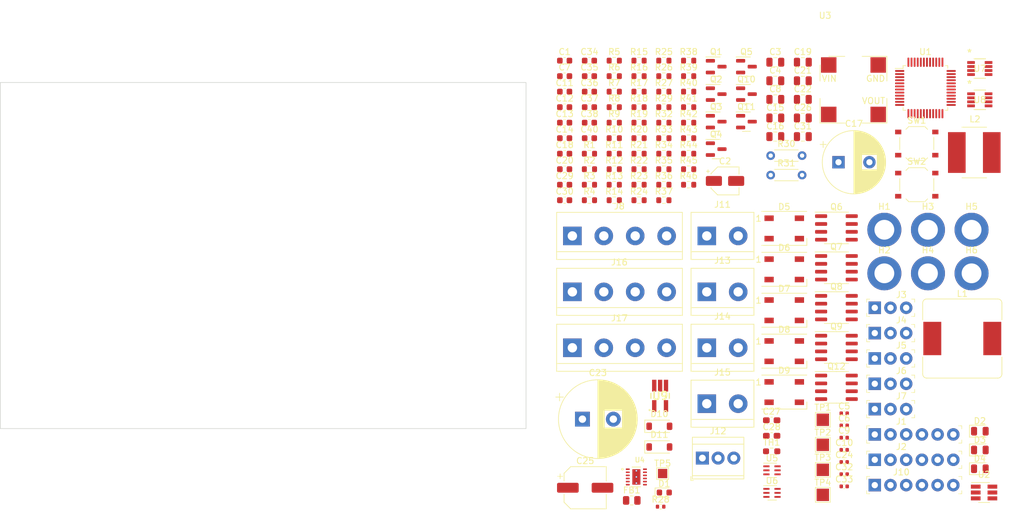
<source format=kicad_pcb>
(kicad_pcb (version 20221018) (generator pcbnew)
  (layers (0 "F.Cu" signal) (31 "B.Cu" signal) (34 "B.Paste" user) (35 "F.Paste" user) (36 "B.SilkS" user "B.Silkscreen") (37 "F.SilkS" user "F.Silkscreen") (38 "B.Mask" user) (39 "F.Mask" user) (44 "Edge.Cuts" user))
  (net 0 "")
  (net 1 "+3.3VA")
  (net 2 "GND")
  (net 3 "+3.3V")
  (net 4 "+BATT")
  (net 5 "STM_RESET")
  (net 6 "V_BUCK")
  (net 7 "Net-(U2-SW)")
  (net 8 "Net-(U2-CB)")
  (net 9 "+12V")
  (net 10 "Net-(U4-SW)")
  (net 11 "Net-(U4-BOOT)")
  (net 12 "+5V")
  (net 13 "Net-(C24-Pad1)")
  (net 14 "Net-(U4-FB)")
  (net 15 "GND2")
  (net 16 "RGB_GND")
  (net 17 "RGB_V+")
  (net 18 "V_SWD")
  (net 19 "Net-(U6-GND)")
  (net 20 "BATT_1_SENSE")
  (net 21 "BATT_2_SENSE")
  (net 22 "BATT_COM")
  (net 23 "BATT1_RAW")
  (net 24 "Net-(U7-VCAP)")
  (net 25 "BATT2_RAW")
  (net 26 "Net-(U8-VCAP)")
  (net 27 "CURR_PWR")
  (net 28 "Net-(D1-A)")
  (net 29 "Net-(D2-A)")
  (net 30 "Net-(D3-A)")
  (net 31 "Net-(D4-A)")
  (net 32 "Net-(D5-DOUT)")
  (net 33 "RGB_DATA_IN")
  (net 34 "Net-(D6-DOUT)")
  (net 35 "Net-(D7-DOUT)")
  (net 36 "Net-(D8-DOUT)")
  (net 37 "RGB_DATA_OUT")
  (net 38 "Net-(D10-A)")
  (net 39 "Net-(D11-A)")
  (net 40 "SWDIO")
  (net 41 "SWCLK")
  (net 42 "RX")
  (net 43 "TX")
  (net 44 "RGB_DATA")
  (net 45 "Net-(Q1-D)")
  (net 46 "FAN_TACH")
  (net 48 "Net-(J8-Pin_2)")
  (net 49 "Net-(J8-Pin_3)")
  (net 50 "Net-(J8-Pin_4)")
  (net 51 "GPIO2")
  (net 52 "GPIO1")
  (net 53 "SDA")
  (net 54 "SCL")
  (net 55 "Net-(J11-Pin_2)")
  (net 56 "Net-(J12-Pin_2)")
  (net 57 "Net-(J12-Pin_3)")
  (net 58 "Net-(J13-Pin_1)")
  (net 59 "Net-(J13-Pin_2)")
  (net 60 "Net-(J14-Pin_2)")
  (net 61 "BUTT_1")
  (net 62 "BUTT_2")
  (net 63 "BUTT_3")
  (net 64 "Net-(Q1-G)")
  (net 65 "Net-(Q2-G)")
  (net 66 "Net-(Q3-G)")
  (net 67 "Net-(Q4-G)")
  (net 68 "Net-(Q5-G)")
  (net 69 "Net-(Q5-D)")
  (net 70 "Net-(Q9-G)")
  (net 71 "Net-(Q10-G)")
  (net 72 "Net-(Q10-D)")
  (net 73 "Net-(Q11-G)")
  (net 74 "Net-(Q11-D)")
  (net 75 "Net-(Q12-G)")
  (net 76 "BOOT0")
  (net 77 "BOOT1")
  (net 78 "DB_LED")
  (net 79 "Net-(U2-FB)")
  (net 80 "5V_SENSE")
  (net 81 "12V_SENSE")
  (net 82 "FAN_PWM")
  (net 83 "RGB12_G")
  (net 84 "RGB12_B")
  (net 85 "RGB12_R")
  (net 86 "PSU_TEMP")
  (net 87 "VRX_PWR")
  (net 88 "BATT1_EN")
  (net 89 "BATT2_EN")
  (net 90 "CURR_SENSE")
  (net 94 "OSC_IN")
  (net 95 "OSC_OUT")
  (footprint "Resistor_SMD:R_0603_1608Metric" (layer "F.Cu") (at 175.46 54.47)
    (fp_text reference "R6" (at 0 -1.43) (layer "F.SilkS"))
    (fp_text value "15k")
    (pad "1" smd roundrect (at -0.825 0) (size 0.8 0.95) (layers "F.Cu" "F.Paste" "F.Mask") (net 3 "+3.3V"))
    (pad "2" smd roundrect (at 0.825 0) (size 0.8 0.95) (layers "F.Cu" "F.Paste" "F.Mask") (net 30 "Net-(D3-A)"))
  )
  (footprint "footprints:PinHeader_1x6_P2.54mm_Drill1.02mm" (layer "F.Cu") (at 217.58 116.555)
    (fp_text reference "J2" (at 4.3 -2.1) (layer "F.SilkS"))
    (fp_text value "RASPI")
    (pad "1" thru_hole rect (at 0 0) (size 2.02 2.02) (drill 1.02) (layers "*.Cu" "*.Mask") (net 12 "+5V"))
    (pad "2" thru_hole circle (at 2.54 0) (size 2.02 2.02) (drill 1.02) (layers "*.Cu" "*.Mask") (net 12 "+5V"))
    (pad "3" thru_hole circle (at 5.08 0) (size 2.02 2.02) (drill 1.02) (layers "*.Cu" "*.Mask") (net 2 "GND"))
    (pad "4" thru_hole circle (at 7.62 0) (size 2.02 2.02) (drill 1.02) (layers "*.Cu" "*.Mask") (net 2 "GND"))
    (pad "5" thru_hole circle (at 10.16 0) (size 2.02 2.02) (drill 1.02) (layers "*.Cu" "*.Mask") (net 42 "RX"))
    (pad "6" thru_hole circle (at 12.7 0) (size 2.02 2.02) (drill 1.02) (layers "*.Cu" "*.Mask") (net 43 "TX"))
  )
  (footprint "Resistor_SMD:R_0603_1608Metric" (layer "F.Cu") (at 187.49 64.51)
    (fp_text reference "R43" (at 0 -1.43) (layer "F.SilkS"))
    (fp_text value "100k")
    (pad "1" smd roundrect (at -0.825 0) (size 0.8 0.95) (layers "F.Cu" "F.Paste" "F.Mask") (net 2 "GND"))
    (pad "2" smd roundrect (at 0.825 0) (size 0.8 0.95) (layers "F.Cu" "F.Paste" "F.Mask") (net 89 "BATT2_EN"))
  )
  (footprint "Resistor_SMD:R_0603_1608Metric" (layer "F.Cu") (at 175.46 62)
    (fp_text reference "R9" (at 0 -1.43) (layer "F.SilkS"))
    (fp_text value "3.6k")
    (pad "1" smd roundrect (at -0.825 0) (size 0.8 0.95) (layers "F.Cu" "F.Paste" "F.Mask") (net 79 "Net-(U2-FB)"))
    (pad "2" smd roundrect (at 0.825 0) (size 0.8 0.95) (layers "F.Cu" "F.Paste" "F.Mask") (net 2 "GND"))
  )
  (footprint "footprints:PinHeader_1x3_P2.54mm_Drill1.02mm" (layer "F.Cu") (at 217.58 100.155)
    (fp_text reference "J5" (at 4.3 -2.1) (layer "F.SilkS"))
    (fp_text value "RGB_OUT")
    (pad "1" thru_hole rect (at 0 0) (size 2.02 2.02) (drill 1.02) (layers "*.Cu" "*.Mask") (net 16 "RGB_GND"))
    (pad "2" thru_hole circle (at 2.54 0) (size 2.02 2.02) (drill 1.02) (layers "*.Cu" "*.Mask") (net 17 "RGB_V+"))
    (pad "3" thru_hole circle (at 5.08 0) (size 2.02 2.02) (drill 1.02) (layers "*.Cu" "*.Mask") (net 37 "RGB_DATA_OUT"))
  )
  (footprint "Capacitor_SMD:C_0402_1005Metric" (layer "F.Cu") (at 212.64 118.89)
    (fp_text reference "C32" (at 0 -1.16) (layer "F.SilkS"))
    (fp_text value "100n")
    (pad "1" smd roundrect (at -0.48 0) (size 0.56 0.62) (layers "F.Cu" "F.Paste" "F.Mask") (net 20 "BATT_1_SENSE"))
    (pad "2" smd roundrect (at 0.48 0) (size 0.56 0.62) (layers "F.Cu" "F.Paste" "F.Mask") (net 2 "GND"))
  )
  (footprint "Inductor_SMD:L_Bourns_SRN8040TA" (layer "F.Cu") (at 233.67 66.83)
    (fp_text reference "L2" (at 0.1 -5.4 180) (layer "F.SilkS"))
    (fp_text value "4.7uH")
    (pad "1" smd rect (at -2.825 0 270) (size 6.6 2.85) (layers "F.Cu" "F.Paste" "F.Mask") (net 10 "Net-(U4-SW)"))
    (pad "2" smd rect (at 2.825 0 270) (size 6.6 2.85) (layers "F.Cu" "F.Paste" "F.Mask") (net 12 "+5V"))
  )
  (footprint "Capacitor_SMD:C_0603_1608Metric" (layer "F.Cu") (at 171.45 51.96)
    (fp_text reference "C34" (at 0 -1.43) (layer "F.SilkS"))
    (fp_text value "1uF")
    (pad "1" smd roundrect (at -0.775 0) (size 0.9 0.95) (layers "F.Cu" "F.Paste" "F.Mask") (net 22 "BATT_COM"))
    (pad "2" smd roundrect (at 0.775 0) (size 0.9 0.95) (layers "F.Cu" "F.Paste" "F.Mask") (net 2 "GND"))
  )
  (footprint "LED_SMD:LED_0603_1608Metric" (layer "F.Cu") (at 183.55 121.85)
    (fp_text reference "D1" (at 0 -1.43) (layer "F.SilkS"))
    (fp_text value "DB_LED (YLW)")
    (pad "1" smd roundrect (at -0.7875 0) (size 0.875 0.95) (layers "F.Cu" "F.Paste" "F.Mask") (net 2 "GND"))
    (pad "2" smd roundrect (at 0.7875 0) (size 0.875 0.95) (layers "F.Cu" "F.Paste" "F.Mask") (net 28 "Net-(D1-A)"))
  )
  (footprint "LED_SMD:LED_0805_2012Metric" (layer "F.Cu") (at 234.57 118.005)
    (fp_text reference "D4" (at 0 -1.65) (layer "F.SilkS"))
    (fp_text value "12V PWR (GRN)")
    (pad "1" smd roundrect (at -0.9375 0) (size 0.975 1.4) (layers "F.Cu" "F.Paste" "F.Mask") (net 2 "GND"))
    (pad "2" smd roundrect (at 0.9375 0) (size 0.975 1.4) (layers "F.Cu" "F.Paste" "F.Mask") (net 31 "Net-(D4-A)"))
  )
  (footprint "footprints:PinHeader_1x3_P2.54mm_Drill1.02mm" (layer "F.Cu") (at 217.58 96.055)
    (fp_text reference "J4" (at 4.3 -2.1) (layer "F.SilkS"))
    (fp_text value "RGB_IN")
    (pad "1" thru_hole rect (at 0 0) (size 2.02 2.02) (drill 1.02) (layers "*.Cu" "*.Mask") (net 16 "RGB_GND"))
    (pad "2" thru_hole circle (at 2.54 0) (size 2.02 2.02) (drill 1.02) (layers "*.Cu" "*.Mask") (net 17 "RGB_V+"))
    (pad "3" thru_hole circle (at 5.08 0) (size 2.02 2.02) (drill 1.02) (layers "*.Cu" "*.Mask") (net 33 "RGB_DATA_IN"))
  )
  (footprint "LED_SMD:LED_WS2812B_PLCC4_5.0x5.0mm_P3.2mm" (layer "F.Cu") (at 202.945 79.115)
    (fp_text reference "D5" (at 0 -3.5) (layer "F.SilkS"))
    (fp_text value "WS2812B")
    (fp_text user "1" (at -4.15 -1.6) (layer "F.SilkS"))
    (pad "1" smd rect (at -2.45 -1.65) (size 1.5 0.9) (layers "F.Cu" "F.Paste" "F.Mask") (net 17 "RGB_V+"))
    (pad "2" smd rect (at -2.45 1.65) (size 1.5 0.9) (layers "F.Cu" "F.Paste" "F.Mask") (net 32 "Net-(D5-DOUT)"))
    (pad "3" smd rect (at 2.45 1.65) (size 1.5 0.9) (layers "F.Cu" "F.Paste" "F.Mask") (net 16 "RGB_GND"))
    (pad "4" smd rect (at 2.45 -1.65) (size 1.5 0.9) (layers "F.Cu" "F.Paste" "F.Mask") (net 33 "RGB_DATA_IN"))
  )
  (footprint "Capacitor_SMD:CP_Elec_6.3x5.9" (layer "F.Cu") (at 170.76 121.08)
    (fp_text reference "C25" (at 0 -4.35) (layer "F.SilkS"))
    (fp_text value "100uF")
    (pad "1" smd roundrect (at -2.8 0) (size 3.5 1.6) (layers "F.Cu" "F.Paste" "F.Mask") (roundrect_rratio 0.15625) (net 4 "+BATT"))
    (pad "2" smd roundrect (at 2.8 0) (size 3.5 1.6) (layers "F.Cu" "F.Paste" "F.Mask") (roundrect_rratio 0.15625) (net 15 "GND2"))
  )
  (footprint "footprints:PinHeader_1x6_P2.54mm_Drill1.02mm" (layer "F.Cu") (at 217.58 112.455)
    (fp_text reference "J1" (at 4.3 -2.1) (layer "F.SilkS"))
    (fp_text value "SWD Header")
    (pad "1" thru_hole rect (at 0 0) (size 2.02 2.02) (drill 1.02) (layers "*.Cu" "*.Mask") (net 2 "GND"))
    (pad "2" thru_hole circle (at 2.54 0) (size 2.02 2.02) (drill 1.02) (layers "*.Cu" "*.Mask") (net 18 "V_SWD"))
    (pad "3" thru_hole circle (at 5.08 0) (size 2.02 2.02) (drill 1.02) (layers "*.Cu" "*.Mask") (net 40 "SWDIO"))
    (pad "4" thru_hole circle (at 7.62 0) (size 2.02 2.02) (drill 1.02) (layers "*.Cu" "*.Mask") (net 41 "SWCLK"))
    (pad "5" thru_hole circle (at 10.16 0) (size 2.02 2.02) (drill 1.02) (layers "*.Cu" "*.Mask") (net 42 "RX"))
    (pad "6" thru_hole circle (at 12.7 0) (size 2.02 2.02) (drill 1.02) (layers "*.Cu" "*.Mask") (net 43 "TX"))
  )
  (footprint "Diode_SMD:D_SOD-123" (layer "F.Cu") (at 182.755 114.48)
    (fp_text reference "D11" (at 0 -2) (layer "F.SilkS"))
    (fp_text value "15Vz")
    (pad "1" smd roundrect (at -1.65 0) (size 0.9 1.2) (layers "F.Cu" "F.Paste" "F.Mask") (net 25 "BATT2_RAW"))
    (pad "2" smd roundrect (at 1.65 0) (size 0.9 1.2) (layers "F.Cu" "F.Paste" "F.Mask") (net 39 "Net-(D11-A)"))
  )
  (footprint "Capacitor_SMD:C_0603_1608Metric" (layer "F.Cu") (at 171.45 56.98)
    (fp_text reference "C36" (at 0 -1.43) (layer "F.SilkS"))
    (fp_text value "1uF")
    (pad "1" smd roundrect (at -0.775 0) (size 0.9 0.95) (layers "F.Cu" "F.Paste" "F.Mask") (net 23 "BATT1_RAW"))
    (pad "2" smd roundrect (at 0.775 0) (size 0.9 0.95) (layers "F.Cu" "F.Paste" "F.Mask") (net 2 "GND"))
  )
  (footprint "Resistor_SMD:R_0603_1608Metric" (layer "F.Cu") (at 187.49 54.47)
    (fp_text reference "R39" (at 0 -1.43) (layer "F.SilkS"))
    (fp_text value "510R")
    (pad "1" smd roundrect (at -0.825 0) (size 0.8 0.95) (layers "F.Cu" "F.Paste" "F.Mask") (net 88 "BATT1_EN"))
    (pad "2" smd roundrect (at 0.825 0) (size 0.8 0.95) (layers "F.Cu" "F.Paste" "F.Mask") (net 71 "Net-(Q10-G)"))
  )
  (footprint "Capacitor_SMD:C_0805_2012Metric" (layer "F.Cu") (at 201.5 55.22)
    (fp_text reference "C4" (at 0 -1.68) (layer "F.SilkS"))
    (fp_text value "1uF")
    (pad "1" smd roundrect (at -0.95 0) (size 1 1.45) (layers "F.Cu" "F.Paste" "F.Mask") (net 1 "+3.3VA"))
    (pad "2" smd roundrect (at 0.95 0) (size 1 1.45) (layers "F.Cu" "F.Paste" "F.Mask") (net 2 "GND"))
  )
  (footprint "footprints:APS12628LLHALTBAP_HandSolder" (layer "F.Cu") (at 182.875 106.205)
    (fp_text reference "U9" (at 0 0) (layer "F.SilkS") (effects (font (size 1.27 1.27) (thickness 0.254))))
    (fp_text value "ACS37041KLHBLT-010B3" hide)
    (pad "1" smd rect (at -0.95 1.65) (size 0.7 1.9) (layers "F.Cu" "F.Paste" "F.Mask") (net 22 "BATT_COM"))
    (pad "2" smd rect (at 0.95 1.65) (size 0.7 1.9) (layers "F.Cu" "F.Paste" "F.Mask") (net 4 "+BATT"))
    (pad "3" smd rect (at 0.95 -1.65) (size 0.7 1.9) (layers "F.Cu" "F.Paste" "F.Mask") (net 15 "GND2"))
    (pad "4" smd rect (at 0 -1.65) (size 0.7 1.9) (layers "F.Cu" "F.Paste" "F.Mask") (net 90 "CURR_SENSE"))
    (pad "5" smd rect (at -0.95 -1.65) (size 0.7 1.9) (layers "F.Cu" "F.Paste" "F.Mask") (net 27 "CURR_PWR"))
  )
  (footprint "TestPoint:TestPoint_Pad_2.0x2.0mm" (layer "F.Cu") (at 209.18 122.23)
    (fp_text reference "TP4" (at 0 -1.998) (layer "F.SilkS"))
    (fp_text value "B1_S")
    (pad "1" smd rect (at 0 0) (size 2 2) (layers "F.Cu" "F.Mask") (net 21 "BATT_2_SENSE"))
  )
  (footprint "Capacitor_SMD:C_0603_1608Metric" (layer "F.Cu") (at 167.44 62)
    (fp_text reference "C13" (at 0 -1.43) (layer "F.SilkS"))
    (fp_text value "22uF")
    (pad "1" smd roundrect (at -0.775 0) (size 0.9 0.95) (layers "F.Cu" "F.Paste" "F.Mask") (net 6 "V_BUCK"))
    (pad "2" smd roundrect (at 0.775 0) (size 0.9 0.95) (layers "F.Cu" "F.Paste" "F.Mask") (net 2 "GND"))
  )
  (footprint "Button_Switch_SMD:SW_Push_1P1T_XKB_TS-1187A" (layer "F.Cu") (at 224.37 72.03)
    (fp_text reference "SW2" (at 0 -3.75) (layer "F.SilkS"))
    (fp_text value "SW_STM_BOOT_MODE")
    (pad "1" smd rect (at -3 -1.875) (size 1 0.75) (layers "F.Cu" "F.Paste" "F.Mask") (net 76 "BOOT0"))
    (pad "1" smd rect (at 3 -1.875) (size 1 0.75) (layers "F.Cu" "F.Paste" "F.Mask") (net 76 "BOOT0"))
    (pad "2" smd rect (at -3 1.875) (size 1 0.75) (layers "F.Cu" "F.Paste" "F.Mask") (net 3 "+3.3V"))
    (pad "2" smd rect (at 3 1.875) (size 1 0.75) (layers "F.Cu" "F.Paste" "F.Mask") (net 3 "+3.3V"))
  )
  (footprint "Diode_SMD:D_SOD-123" (layer "F.Cu") (at 182.755 111.13)
    (fp_text reference "D10" (at 0 -2) (layer "F.SilkS"))
    (fp_text value "15Vz")
    (pad "1" smd roundrect (at -1.65 0) (size 0.9 1.2) (layers "F.Cu" "F.Paste" "F.Mask") (net 23 "BATT1_RAW"))
    (pad "2" smd roundrect (at 1.65 0) (size 0.9 1.2) (layers "F.Cu" "F.Paste" "F.Mask") (net 38 "Net-(D10-A)"))
  )
  (footprint "Package_SO:SOIC-8_3.9x4.9mm_P1.27mm" (layer "F.Cu") (at 211.38 98.38)
    (fp_text reference "Q9" (at 0 -3.4) (layer "F.SilkS"))
    (fp_text value "AO4406A")
    (pad "1" smd roundrect (at -2.475 -1.905) (size 1.95 0.6) (layers "F.Cu" "F.Paste" "F.Mask") (net 23 "BATT1_RAW"))
    (pad "2" smd roundrect (at -2.475 -0.635) (size 1.95 0.6) (layers "F.Cu" "F.Paste" "F.Mask") (net 23 "BATT1_RAW"))
    (pad "3" smd roundrect (at -2.475 0.635) (size 1.95 0.6) (layers "F.Cu" "F.Paste" "F.Mask") (net 23 "BATT1_RAW"))
    (pad "4" smd roundrect (at -2.475 1.905) (size 1.95 0.6) (layers "F.Cu" "F.Paste" "F.Mask") (net 70 "Net-(Q9-G)"))
    (pad "5" smd roundrect (at 2.475 1.905) (size 1.95 0.6) (layers "F.Cu" "F.Paste" "F.Mask") (net 22 "BATT_COM"))
    (pad "6" smd roundrect (at 2.475 0.635) (size 1.95 0.6) (layers "F.Cu" "F.Paste" "F.Mask") (net 22 "BATT_COM"))
    (pad "7" smd roundrect (at 2.475 -0.635) (size 1.95 0.6) (layers "F.Cu" "F.Paste" "F.Mask") (net 22 "BATT_COM"))
    (pad "8" smd roundrect (at 2.475 -1.905) (size 1.95 0.6) (layers "F.Cu" "F.Paste" "F.Mask") (net 22 "BATT_COM"))
  )
  (footprint "Resistor_SMD:R_0603_1608Metric" (layer "F.Cu") (at 175.46 56.98)
    (fp_text reference "R7" (at 0 -1.43) (layer "F.SilkS"))
    (fp_text value "68k")
    (pad "1" smd roundrect (at -0.825 0) (size 0.8 0.95) (layers "F.Cu" "F.Paste" "F.Mask") (net 3 "+3.3V"))
    (pad "2" smd roundrect (at 0.825 0) (size 0.8 0.95) (layers "F.Cu" "F.Paste" "F.Mask") (net 31 "Net-(D4-A)"))
  )
  (footprint "Resistor_SMD:R_0603_1608Metric" (layer "F.Cu") (at 179.47 74.55)
    (fp_text reference "R24" (at 0 -1.43) (layer "F.SilkS"))
    (fp_text value "510R")
    (pad "1" smd roundrect (at -0.825 0) (size 0.8 0.95) (layers "F.Cu" "F.Paste" "F.Mask") (net 85 "RGB12_R"))
    (pad "2" smd roundrect (at 0.825 0) (size 0.8 0.95) (layers "F.Cu" "F.Paste" "F.Mask") (net 67 "Net-(Q4-G)"))
  )
  (footprint "Button_Switch_SMD:SW_Push_1P1T_XKB_TS-1187A" (layer "F.Cu") (at 224.37 65.38)
    (fp_text reference "SW1" (at 0 -3.75) (layer "F.SilkS"))
    (fp_text value "SW_STM_RESET")
    (pad "1" smd rect (at -3 -1.875) (size 1 0.75) (layers "F.Cu" "F.Paste" "F.Mask") (net 2 "GND"))
    (pad "1" smd rect (at 3 -1.875) (size 1 0.75) (layers "F.Cu" "F.Paste" "F.Mask") (net 2 "GND"))
    (pad "2" smd rect (at -3 1.875) (size 1 0.75) (layers "F.Cu" "F.Paste" "F.Mask") (net 5 "STM_RESET"))
    (pad "2" smd rect (at 3 1.875) (size 1 0.75) (layers "F.Cu" "F.Paste" "F.Mask") (net 5 "STM_RESET"))
  )
  (footprint "Package_TO_SOT_SMD:SOT-23" (layer "F.Cu") (at 191.94 61.83)
    (fp_text reference "Q3" (at 0 -2.4) (layer "F.SilkS"))
    (fp_text value "AO3400A")
    (pad "1" smd roundrect (at -0.9375 -0.95) (size 1.475 0.6) (layers "F.Cu" "F.Paste" "F.Mask") (net 66 "Net-(Q3-G)"))
    (pad "2" smd roundrect (at -0.9375 0.95) (size 1.475 0.6) (layers "F.Cu" "F.Paste" "F.Mask") (net 2 "GND"))
    (pad "3" smd roundrect (at 0.9375 0) (size 1.475 0.6) (layers "F.Cu" "F.Paste" "F.Mask") (net 49 "Net-(J8-Pin_3)"))
  )
  (footprint "Capacitor_SMD:C_0603_1608Metric" (layer "F.Cu") (at 167.44 51.96)
    (fp_text reference "C1" (at 0 -1.43) (layer "F.SilkS"))
    (fp_text value "10n")
    (pad "1" smd roundrect (at -0.775 0) (size 0.9 0.95) (layers "F.Cu" "F.Paste" "F.Mask") (net 1 "+3.3VA"))
    (pad "2" smd roundrect (at 0.775 0) (size 0.9 0.95) (layers "F.Cu" "F.Paste" "F.Mask") (net 2 "GND"))
  )
  (footprint "TerminalBlock:TerminalBlock_bornier-2_P5.08mm" (layer "F.Cu") (at 190.42 98.43)
    (fp_text reference "J14" (at 2.54 -5.08) (layer "F.SilkS"))
    (fp_text value "BATT2")
    (pad "1" thru_hole rect (at 0 0) (size 3 3) (drill 1.52) (layers "*.Cu" "*.Mask") (net 58 "Net-(J13-Pin_1)"))
    (pad "2" thru_hole circle (at 5.08 0) (size 3 3) (drill 1.52) (layers "*.Cu" "*.Mask") (net 60 "Net-(J14-Pin_2)"))
  )
  (footprint "LED_SMD:LED_WS2812B_PLCC4_5.0x5.0mm_P3.2mm" (layer "F.Cu") (at 202.945 92.355)
    (fp_text reference "D7" (at 0 -3.5) (layer "F.SilkS"))
    (fp_text value "WS2812B")
    (fp_text user "1" (at -4.15 -1.6) (layer "F.SilkS"))
    (pad "1" smd rect (at -2.45 -1.65) (size 1.5 0.9) (layers "F.Cu" "F.Paste" "F.Mask") (net 17 "RGB_V+"))
    (pad "2" smd rect (at -2.45 1.65) (size 1.5 0.9) (layers "F.Cu" "F.Paste" "F.Mask") (net 35 "Net-(D7-DOUT)"))
    (pad "3" smd rect (at 2.45 1.65) (size 1.5 0.9) (layers "F.Cu" "F.Paste" "F.Mask") (net 16 "RGB_GND"))
    (pad "4" smd rect (at 2.45 -1.65) (size 1.5 0.9) (layers "F.Cu" "F.Paste" "F.Mask") (net 34 "Net-(D6-DOUT)"))
  )
  (footprint "Resistor_SMD:R_0603_1608Metric" (layer "F.Cu") (at 183.48 54.47)
    (fp_text reference "R26" (at 0 -1.43) (layer "F.SilkS"))
    (fp_text value "10k")
    (pad "1" smd roundrect (at -0.825 0) (size 0.8 0.95) (layers "F.Cu" "F.Paste" "F.Mask") (net 3 "+3.3V"))
    (pad "2" smd roundrect (at 0.825 0) (size 0.8 0.95) (layers "F.Cu" "F.Paste" "F.Mask") (net 86 "PSU_TEMP"))
  )
  (footprint "Capacitor_SMD:C_0603_1608Metric" (layer "F.Cu") (at 167.44 54.47)
    (fp_text reference "C7" (at 0 -1.43) (layer "F.SilkS"))
    (fp_text value "100nF")
    (pad "1" smd roundrect (at -0.775 0) (size 0.9 0.95) (layers "F.Cu" "F.Paste" "F.Mask") (net 4 "+BATT"))
    (pad "2" smd roundrect (at 0.775 0) (size 0.9 0.95) (layers "F.Cu" "F.Paste" "F.Mask") (net 2 "GND"))
  )
  (footprint "Resistor_SMD:R_0603_1608Metric" (layer "F.Cu") (at 183.48 62)
    (fp_text reference "R32" (at 0 -1.43) (layer "F.SilkS"))
    (fp_text value "15k")
    (pad "1" smd roundrect (at -0.825 0) (size 0.8 0.95) (layers "F.Cu" "F.Paste" "F.Mask") (net 38 "Net-(D10-A)"))
    (pad "2" smd roundrect (at 0.825 0) (size 0.8 0.95) (layers "F.Cu" "F.Paste" "F.Mask") (net 2 "GND"))
  )
  (footprint "Package_SO:SOIC-8_3.9x4.9mm_P1.27mm" (layer "F.Cu") (at 211.38 85.48)
    (fp_text reference "Q7" (at 0 -3.4) (layer "F.SilkS"))
    (fp_text value "AO4447A")
    (pad "1" smd roundrect (at -2.475 -1.905) (size 1.95 0.6) (layers "F.Cu" "F.Paste" "F.Mask") (net 23 "BATT1_RAW"))
    (pad "2" smd roundrect (at -2.475 -0.635) (size 1.95 0.6) (layers "F.Cu" "F.Paste" "F.Mask") (net 23 "BATT1_RAW"))
    (pad "3" smd roundrect (at -2.475 0.635) (size 1.95 0.6) (layers "F.Cu" "F.Paste" "F.Mask") (net 23 "BATT1_RAW"))
    (pad "4" smd roundrect (at -2.475 1.905) (size 1.95 0.6) (layers "F.Cu" "F.Paste" "F.Mask") (net 38 "Net-(D10-A)"))
    (pad "5" smd roundrect (at 2.475 1.905) (size 1.95 0.6) (layers "F.Cu" "F.Paste" "F.Mask") (net 59 "Net-(J13-Pin_2)"))
    (pad "6" smd roundrect (at 2.475 0.635) (size 1.95 0.6) (layers "F.Cu" "F.Paste" "F.Mask") (net 59 "Net-(J13-Pin_2)"))
    (pad "7" smd roundrect (at 2.475 -0.635) (size 1.95 0.6) (layers "F.Cu" "F.Paste" "F.Mask") (net 59 "Net-(J13-Pin_2)"))
    (pad "8" smd roundrect (at 2.475 -1.905) (size 1.95 0.6) (layers "F.Cu" "F.Paste" "F.Mask") (net 59 "Net-(J13-Pin_2)"))
  )
  (footprint "LED_SMD:LED_WS2812B_PLCC4_5.0x5.0mm_P3.2mm" (layer "F.Cu") (at 202.945 85.735)
    (fp_text reference "D6" (at 0 -3.5) (layer "F.SilkS"))
    (fp_text value "WS2812B")
    (fp_text user "1" (at -4.15 -1.6) (layer "F.SilkS"))
    (pad "1" smd rect (at -2.45 -1.65) (size 1.5 0.9) (layers "F.Cu" "F.Paste" "F.Mask") (net 17 "RGB_V+"))
    (pad "2" smd rect (at -2.45 1.65) (size 1.5 0.9) (layers "F.Cu" "F.Paste" "F.Mask") (net 34 "Net-(D6-DOUT)"))
    (pad "3" smd rect (at 2.45 1.65) (size 1.5 0.9) (layers "F.Cu" "F.Paste" "F.Mask") (net 16 "RGB_GND"))
    (pad "4" smd rect (at 2.45 -1.65) (size 1.5 0.9) (layers "F.Cu" "F.Paste" "F.Mask") (net 32 "Net-(D5-DOUT)"))
  )
  (footprint "Resistor_SMD:R_0603_1608Metric" (layer "F.Cu") (at 183.48 51.96)
    (fp_text reference "R25" (at 0 -1.43) (layer "F.SilkS"))
    (fp_text value "100k")
    (pad "1" smd roundrect (at -0.825 0) (size 0.8 0.95) (layers "F.Cu" "F.Paste" "F.Mask") (net 2 "GND"))
    (pad "2" smd roundrect (at 0.825 0) (size 0.8 0.95) (layers "F.Cu" "F.Paste" "F.Mask") (net 85 "RGB12_R"))
  )
  (footprint "Resistor_SMD:R_0603_1608Metric" (layer "F.Cu") (at 171.45 74.55)
    (fp_text reference "R4" (at 0 -1.43) (layer "F.SilkS"))
    (fp_text value "680R")
    (pad "1" smd roundrect (at -0.825 0) (size 0.8 0.95) (layers "F.Cu" "F.Paste" "F.Mask") (net 28 "Net-(D1-A)"))
    (pad "2" smd roundrect (at 0.825 0) (size 0.8 0.95) (layers "F.Cu" "F.Paste" "F.Mask") (net 78 "DB_LED"))
  )
  (footprint "Resistor_SMD:R_0603_1608Metric_Pad0.98x0.95mm_HandSolder" (layer "F.Cu") (at 200.91 115.18)
    (fp_text reference "TH1" (at 0 -1.43) (layer "F.SilkS"))
    (fp_text value "10k")
    (pad "1" smd roundrect (at -0.9125 0) (size 0.975 0.95) (layers "F.Cu" "F.Paste" "F.Mask") (net 86 "PSU_TEMP"))
    (pad "2" smd roundrect (at 0.9125 0) (size 0.975 0.95) (layers "F.Cu" "F.Paste" "F.Mask") (net 2 "GND"))
  )
  (footprint "Resistor_SMD:R_0603_1608Metric" (layer "F.Cu") (at 183.48 56.98)
    (fp_text reference "R27" (at 0 -1.43) (layer "F.SilkS"))
    (fp_text value "510R")
    (pad "1" smd roundrect (at -0.825 0) (size 0.8 0.95) (layers "F.Cu" "F.Paste" "F.Mask") (net 68 "Net-(Q5-G)"))
    (pad "2" smd roundrect (at 0.825 0) (size 0.8 0.95) (layers "F.Cu" "F.Paste" "F.Mask") (net 87 "VRX_PWR"))
  )
  (footprint "Resistor_SMD:R_0603_1608Metric" (layer "F.Cu") (at 187.49 51.96)
    (fp_text reference "R38" (at 0 -1.43) (layer "F.SilkS"))
    (fp_text value "10k")
    (pad "1" smd roundrect (at -0.825 0) (size 0.8 0.95) (layers "F.Cu" "F.Paste" "F.Mask") (net 23 "BATT1_RAW"))
    (pad "2" smd roundrect (at 0.825 0) (size 0.8 0.95) (layers "F.Cu" "F.Paste" "F.Mask") (net 72 "Net-(Q10-D)"))
  )
  (footprint "Capacitor_SMD:C_0805_2012Metric" (layer "F.Cu") (at 201.5 52.21)
    (fp_text reference "C3" (at 0 -1.68) (layer "F.SilkS"))
    (fp_text value "4.7uF")
    (pad "1" smd roundrect (at -0.95 0) (size 1 1.45) (layers "F.Cu" "F.Paste" "F.Mask") (net 4 "+BATT"))
    (pad "2" smd roundrect (at 0.95 0) (size 1 1.45) (layers "F.Cu" "F.Paste" "F.Mask") (net 2 "GND"))
  )
  (footprint "Resistor_SMD:R_0603_1608Metric" (layer "F.Cu") (at 187.49 56.98)
    (fp_text reference "R40" (at 0 -1.43) (layer "F.SilkS"))
    (fp_text value "100k")
    (pad "1" smd roundrect (at -0.825 0) (size 0.8 0.95) (layers "F.Cu" "F.Paste" "F.Mask") (net 2 "GND"))
    (pad "2" smd roundrect (at 0.825 0) (size 0.8 0.95) (layers "F.Cu" "F.Paste" "F.Mask") (net 88 "BATT1_EN"))
  )
  (footprint "Capacitor_SMD:C_0805_2012Metric" (layer "F.Cu") (at 205.95 55.22)
    (fp_text reference "C21" (at 0 -1.68) (layer "F.SilkS"))
    (fp_text value "47uF")
    (pad "1" smd roundrect (at -0.95 0) (size 1 1.45) (layers "F.Cu" "F.Paste" "F.Mask") (net 12 "+5V"))
    (pad "2" smd roundrect (at 0.95 0) (size 1 1.45) (layers "F.Cu" "F.Paste" "F.Mask") (net 2 "GND"))
  )
  (footprint "Resistor_SMD:R_0603_1608Metric" (layer "F.Cu") (at 179.47 51.96)
    (fp_text reference "R15" (at 0 -1.43) (layer "F.SilkS"))
    (fp_text value "47k")
    (pad "1" smd roundrect (at -0.825 0) (size 0.8 0.95) (layers "F.Cu" "F.Paste" "F.Mask") (net 81 "12V_SENSE"))
    (pad "2" smd roundrect (at 0.825 0) (size 0.8 0.95) (layers "F.Cu" "F.Paste" "F.Mask") (net 9 "+12V"))
  )
  (footprint "Inductor_SMD:L_Bourns_SRR1260" (layer "F.Cu") (at 231.73 96.93)
    (fp_text reference "L1" (at 0 -7.25) (layer "F.SilkS"))
    (fp_text value "12uH")
    (pad "1" smd rect (at -4.85 0) (size 2.9 5.4) (layers "F.Cu" "F.Paste" "F.Mask") (net 7 "Net-(U2-SW)"))
    (pad "2" smd rect (at 4.85 0) (size 2.9 5.4) (layers "F.Cu" "F.Paste" "F.Mask") (net 9 "+12V"))
  )
  (footprint "Capacitor_SMD:C_0603_1608Metric" (layer "F.Cu") (at 167.44 72.04)
    (fp_text reference "C29" (at 0 -1.43) (layer "F.SilkS"))
    (fp_text value "1uF")
    (pad "1" smd roundrect (at -0.775 0) (size 0.9 0.95) (layers "F.Cu" "F.Paste" "F.Mask") (net 6 "V_BUCK"))
    (pad "2" smd roundrect (at 0.775 0) (size 0.9 0.95) (layers "F.Cu" "F.Paste" "F.Mask") (net 2 "GND"))
  )
  (footprint "Resistor_SMD:R_0603_1608Metric" (layer "F.Cu") (at 171.45 72.04)
    (fp_text reference "R3" (at 0 -1.43) (layer "F.SilkS"))
    (fp_text value "100k")
    (pad "1" smd roundrect (at -0.825 0) (size 0.8 0.95) (layers "F.Cu" "F.Paste" "F.Mask") (net 2 "GND"))
    (pad "2" smd roundrect (at 0.825 0) (size 0.8 0.95) (layers "F.Cu" "F.Paste" "F.Mask") (net 77 "BOOT1"))
  )
  (footprint "footprints:LMR66100_SC-70-6" (layer "F.Cu") (at 200.96 118.26)
    (fp_text reference "U5" (at 0 -1.95) (layer "F.SilkS"))
    (fp_text value "LM66100DCKR")
    (pad "1" smd rect (at -0.9 -0.65 270) (size 0.3 1) (layers "F.Cu" "F.Paste" "F.Mask") (net 6 "V_BUCK"))
    (pad "2" smd rect (at -0.9 0 270) (size 0.3 1) (layers "F.Cu" "F.Paste" "F.Mask") (net 2 "GND"))
    (pad "3" smd rect (at -0.9 0.65 270) (size 0.3 1) (layers "F.Cu" "F.Paste" "F.Mask") (net 3 "+3.3V"))
    (pad "4" smd rect (at 0.9 0.65 270) (size 0.3 1) (layers "F.Cu" "F.Paste" "F.Mask"))
    (pad "5" smd rect (at 0.9 0 270) (size 0.3 1) (layers "F.Cu" "F.Paste" "F.Mask") (net 2 "GND"))
    (pad "6" smd rect (at 0.9 -0.65 270) (size 0.3 1) (layers "F.Cu" "F.Paste" "F.Mask") (net 3 "+3.3V"))
  )
  (footprint "Capacitor_SMD:C_0603_1608Metric" (layer "F.Cu") (at 171.45 54.47)
    (fp_text reference "C35" (at 0 -1.43) (layer "F.SilkS"))
    (fp_text value "1uF")
    (pad "1" smd roundrect (at -0.775 0) (size 0.9 0.95) (layers "F.Cu" "F.Paste" "F.Mask") (net 23 "BATT1_RAW"))
    (pad "2" smd roundrect (at 0.775 0) (size 0.9 0.95) (layers "F.Cu" "F.Paste" "F.Mask") (net 24 "Net-(U7-VCAP)"))
  )
  (footprint "Capacitor_SMD:C_0603_1608Metric_Pad1.08x0.95mm_HandSolder" (layer "F.Cu") (at 200.91 110.16)
    (fp_text reference "C27" (at 0 -1.43) (layer "F.SilkS"))
    (fp_text value "2.2uF")
    (pad "1" smd roundrect (at -0.8625 0) (size 1.075 0.95) (layers "F.Cu" "F.Paste" "F.Mask") (net 16 "RGB_GND"))
    (pad "2" smd roundrect (at 0.8625 0) (size 1.075 0.95) (layers "F.Cu" "F.Paste" "F.Mask") (net 17 "RGB_V+"))
  )
  (footprint "Capacitor_SMD:C_0805_2012Metric" (layer "F.Cu") (at 205.95 52.21)
    (fp_text reference "C19" (at 0 -1.68) (layer "F.SilkS"))
    (fp_text value "4.7uF")
    (pad "1" smd roundrect (at -0.95 0) (size 1 1.45) (layers "F.Cu" "F.Paste" "F.Mask") (net 4 "+BATT"))
    (pad "2" smd roundrect (at 0.95 0) (size 1 1.45) (layers "F.Cu" "F.Paste" "F.Mask") (net 2 "GND"))
  )
  (footprint "LED_SMD:LED_0805_2012Metric" (layer "F.Cu") (at 234.57 114.965)
    (fp_text reference "D3" (at 0 -1.65) (layer "F.SilkS"))
    (fp_text value "5.0V PWR (GRN)")
    (pad "1" smd roundrect (at -0.9375 0) (size 0.975 1.4) (layers "F.Cu" "F.Paste" "F.Mask") (net 2 "GND"))
    (pad "2" smd roundrect (at 0.9375 0) (size 0.975 1.4) (layers "F.Cu" "F.Paste" "F.Mask") (net 30 "Net-(D3-A)"))
  )
  (footprint "Resistor_SMD:R_0603_1608Metric" (layer "F.Cu") (at 187.49 69.53)
    (fp_text reference "R45" (at 0 -1.43) (layer "F.SilkS"))
    (fp_text value "10k")
    (pad "1" smd roundrect (at -0.825 0) (size 0.8 0.95) (layers "F.Cu" "F.Paste" "F.Mask") (net 62 "BUTT_2"))
    (pad "2" smd roundrect (at 0.825 0) (size 0.8 0.95) (layers "F.Cu" "F.Paste" "F.Mask") (net 3 "+3.3V"))
  )
  (footprint "Resistor_SMD:R_0603_1608Metric" (layer "F.Cu") (at 175.46 64.51)
    (fp_text reference "R10" (at 0 -1.43) (layer "F.SilkS"))
    (fp_text value "33k")
    (pad "1" smd roundrect (at -0.825 0) (size 0.8 0.95) (layers "F.Cu" "F.Paste" "F.Mask") (net 12 "+5V"))
    (pad "2" smd roundrect (at 0.825 0) (size 0.8 0.95) (layers "F.Cu" "F.Paste" "F.Mask") (net 14 "Net-(U4-FB)"))
  )
  (footprint "Resistor_SMD:R_0402_1005Metric" (layer "F.Cu") (at 182.96 124.14)
    (fp_text reference "R28" (at 0 -1.17) (layer "F.SilkS"))
    (fp_text value "100k")
    (pad "1" smd roundrect (at -0.51 0) (size 0.54 0.64) (layers "F.Cu" "F.Paste" "F.Mask") (net 9 "+12V"))
    (pad "2" smd roundrect (at 0.51 0) (size 0.54 0.64) (layers "F.Cu" "F.Paste" "F.Mask") (net 69 "Net-(Q5-D)"))
  )
  (footprint "Capacitor_SMD:C_0805_2012Metric" (layer "F.Cu") (at 201.5 61.24)
    (fp_text reference "C15" (at 0 -1.68) (layer "F.SilkS"))
    (fp_text value "22uF")
    (pad "1" smd roundrect (at -0.95 0) (size 1 1.45) (layers "F.Cu" "F.Paste" "F.Mask") (net 9 "+12V"))
    (pad "2" smd roundrect (at 0.95 0) (size 1 1.45) (layers "F.Cu" "F.Paste" "F.Mask") (net 2 "GND"))
  )
  (footprint "footprints:LMR51450SDRRR" (layer "F.Cu") (at 179.035 119.33)
    (fp_text reference "U4" (at 0.55 -2.75) (layer "F.SilkS") (effects (font (size 0.787402 0.787402))))
    (fp_text value "296-LMR51450FNDRRRCT-ND")
    (pad "1" smd roundrect (at -1.39 -1.25) (size 0.62 0.25) (layers "F.Cu" "F.Paste") (roundrect_rratio 0.2) (net 10 "Net-(U4-SW)"))
    (pad "2" smd roundrect (at -1.39 -0.75) (size 0.62 0.25) (layers "F.Cu" "F.Paste") (roundrect_rratio 0.2) (net 10 "Net-(U4-SW)"))
    (pad "3" smd roundrect (at -1.39 -0.25) (size 0.62 0.25) (layers "F.Cu" "F.Paste") (roundrect_rratio 0.2) (net 10 "Net-(U4-SW)"))
    (pad "4" smd roundrect (at -1.39 0.25) (size 0.62 0.25) (layers "F.Cu" "F.Paste") (roundrect_rratio 0.2) (net 11 "Net-(U4-BOOT)"))
    (pad "5" smd roundrect (at -1.39 0.75) (size 0.62 0.25) (layers "F.Cu" "F.Paste") (roundrect_rratio 0.2))
    (pad "6" smd roundrect (at -1.39 1.25) (size 0.62 0.25) (layers "F.Cu" "F.Paste") (roundrect_rratio 0.2))
    (pad "7" smd roundrect (at 1.39 1.25) (size 0.62 0.25) (layers "F.Cu" "F.Paste") (roundrect_rratio 0.2) (net 14 "Net-(U4-FB)"))
    (pad "8" smd roundrect (at 1.39 0.75) (size 0.62 0.25) (layers "F.Cu" "F.Paste") (roundrect_rratio 0.2) (net 2 "GND"))
    (pad "9" smd roundrect (at 1.39 0.25) (size 0.62 0.25) (layers "F.Cu" "F.Paste") (roundrect_rratio 0.2) (net 4 "+BATT"))
    (pad "10" smd roundrect (at 1.39 -0.25) (size 0.62 0.25) (layers "F.Cu" "F.Paste") (roundrect_rratio 0.2) (net 4 "+BATT"))
    (pad "11" smd roundrect (at 1.39 -0.75) (size 0.62 0.25) (layers "F.Cu" "F.Paste") (roundrect_rratio 0.2) (net 4 "+BATT"))
    (pad "12" smd roundrect (at 1.39 -1.25) (size 0.62 0.25) (layers "F.Cu" "F.Paste") (roundrect_rratio 0.2) (net 4 "+BATT"))
    (pad "13" smd custom (at 0 0) (size 0.5 0.5) (layers "F.Cu") (net 2 "GND") (options (clearance outline) (anchor rect)) (primitives (gr_poly (pts (xy -0.6 -1.25) (xy -0.603 -1.25) (xy -0.605 -1.25) (xy -0.608 -1.249) (xy -0.61 -1.249) (xy -0.613 -1.248) (xy -0.615 -1.248) (xy -0.618 -1.247) (xy -0.62 -1.246) (xy -0.623 -1.245) (xy -0.625 -1.243) (xy -0.627 -1.242) (xy -0.629 -1.24) (xy -0.631 -1.239) (xy -0.633 -1.237) (xy -0.635 -1.235) (xy -0.637 -1.233) (xy -0.639 -1.231) (xy -0.64 -1.229) (xy -0.642 -1.227) (xy -0.643 -1.225) (xy -0.645 -1.223) (xy -0.646 -1.22) (xy -0.647 -1.218) (xy -0.648 -1.215) (xy -0.648 -1.213) (xy -0.649 -1.21) (xy -0.649 -1.208) (xy -0.65 -1.205) (xy -0.65 -1.203) (xy -0.65 -1.2) (xy -0.65 1.2) (xy -0.65 1.203) (xy -0.65 1.205) (xy -0.649 1.208) (xy -0.649 1.21) (xy -0.648 1.213) (xy -0.648 1.215) (xy -0.647 1.218) (xy -0.646 1.22) (xy -0.645 1.223) (xy -0.643 1.225) (xy -0.642 1.227) (xy -0.64 1.229) (xy -0.639 1.231) (xy -0.637 1.233) (xy -0.635 1.235) (xy -0.633 1.237) (xy -0.631 1.239) (xy -0.629 1.24) (xy -0.627 1.242) (xy -0.625 1.243) (xy -0.623 1.245) (xy -0.62 1.246) (xy -0.618 1.247) (xy -0.615 1.248) (xy -0.613 1.248) (xy -0.61 1.249) (xy -0.608 1.249) (xy -0.605 1.25) (xy -0.603 1.25) (xy -0.6 1.25) (xy 0.6 1.25) (xy 0.603 1.25) (xy 0.605 1.25) (xy 0.608 1.249) (xy 0.61 1.249) (xy 0.613 1.248) (xy 0.615 1.248) (xy 0.618 1.247) (xy 0.62 1.246) (xy 0.623 1.245) (xy 0.625 1.243) (xy 0.627 1.242) (xy 0.629 1.24) (xy 0.631 1.239) (xy 0.633 1.237) (xy 0.635 1.235) (xy 0.637 1.233) (xy 0.639 1.231) (xy 0.64 1.229) (xy 0.642 1.227) (xy 0.643 1.225) (xy 0.645 1.223) (xy 0.646 1.22) (xy 0.647 1.218) (xy 0.648 1.215) (xy 0.648 1.213) (xy 0.649 1.21) (xy 0.649 1.208) (xy 0.65 1.205) (xy 0.65 1.203) (xy 0.65 1.2) (xy 0.65 -1.2) (xy 0.65 -1.203) (xy 0.65 -1.205) (xy 0.649 -1.208) (xy 0.649 -1.21) (xy 0.648 -1.213) (xy 0.648 -1.215) (xy 0.647 -1.218) (xy 0.646 -1.22) (xy 0.645 -1.223) (xy 0.643 -1.225) (xy 0.642 -1.227) (xy 0.64 -1.229) (xy 0.639 -1.231) (xy 0.637 -1.233) (xy 0.635 -1.235) (xy 0.633 -1.237) (xy 0.631 -1.239) (xy 0.629 -1.24) (xy 0.627 -1.242) (xy 0.625 -1.243) (xy 0.623 -1.245) (xy 0.62 -1.246) (xy 0.618 -1.247) (xy 0.615 -1.248) (xy 0.613 -1.248) (xy 0.61 -1.249) (xy 0.608 -1.249) (xy 0.605 -1.25) (xy 0.603 -1.25) (xy 0.6 -1.25) (xy -0.6 -1.25)) (width 0.01) (fill yes))))
    (pad "14" thru_hole circle (at 0 -1) (size 0.3 0.3) (drill 0.2) (layers "*.Cu"))
    (pad "15" thru_hole circle (at 0 0) (size 0.3 0.3) (drill 0.2) (layers "*.Cu"))
    (pad "16" thru_hole circle (at 0 1) (size 0.3 0.3) (drill 0.2) (layers "*.Cu"))
  )
  (footprint "Capacitor_SMD:C_0805_2012Metric" (layer "F.Cu") (at 205.95 64.25)
    (fp_text reference "C31" (at 0 -1.68) (layer "F.SilkS"))
    (fp_text value "47uF")
    (pad "1" smd roundrect (at -0.95 0) (size 1 1.45) (layers "F.Cu" "F.Paste" "F.Mask") (net 3 "+3.3V"))
    (pad "2" smd roundrect (at 0.95 0) (size 1 1.45) (layers "F.Cu" "F.Paste" "F.Mask") (net 2 "GND"))
  )
  (footprint "Resistor_SMD:R_0603_1608Metric" (layer "F.Cu") (at 183.48 74.55)
    (fp_text reference "R37" (at 0 -1.43) (layer "F.SilkS"))
    (fp_text value "10k")
    (pad "1" smd roundrect (at -0.825 0) (size 0.8 0.95) (layers "F.Cu" "F.Paste" "F.Mask") (net 21 "BATT_2_SENSE"))
    (pad "2" smd roundrect (at 0.825 0) (size 0.8 0.95) (layers "F.Cu" "F.Paste" "F.Mask") (net 2 "GND"))
  )
  (footprint "Resistor_THT:R_Axial_DIN0204_L3.6mm_D1.6mm_P5.08mm_Horizontal" (layer "F.Cu") (at 200.75 67.33)
    (fp_text reference "R30" (at 2.54 -1.92) (layer "F.SilkS"))
    (fp_text value "1k")
    (pad "1" thru_hole circle (at 0 0) (size 1.4 1.4) (drill 0.7) (layers "*.Cu" "*.Mask") (net 56 "Net-(J12-Pin_2)"))
    (pad "2" thru_hole oval (at 5.08 0) (size 1.4 1.4) (drill 0.7) (layers "*.Cu" "*.Mask") (net 88 "BATT1_EN"))
  )
  (footprint "TestPoint:TestPoint_Pad_2.0x2.0mm" (layer "F.Cu") (at 209.18 114.13)
    (fp_text reference "TP2" (at 0 -1.998) (layer "F.SilkS"))
    (fp_text value "12VS")
    (pad "1" smd rect (at 0 0) (size 2 2) (layers "F.Cu" "F.Mask") (net 81 "12V_SENSE"))
  )
  (footprint "TerminalBlock:TerminalBlock_bornier-4_P5.08mm" (layer "F.Cu") (at 168.69 80.33)
    (fp_text reference "J8" (at 7.6 -4.8) (layer "F.SilkS"))
    (fp_text value "RGB12V")
    (pad "1" thru_hole rect (at 0 0) (size 3 3) (drill 1.52) (layers "*.Cu" "*.Mask") (net 9 "+12V"))
    (pad "2" thru_hole circle (at 5.08 0) (size 3 3) (drill 1.52) (layers "*.Cu" "*.Mask") (net 48 "Net-(J8-Pin_2)"))
    (pad "3" thru_hole circle (at 10.16 0) (size 3 3) (drill 1.52) (layers "*.Cu" "*.Mask") (net 49 "Net-(J8-Pin_3)"))
    (pad "4" thru_hole circle (at 15.24 0) (size 3 3) (drill 1.52) (layers "*.Cu" "*.Mask") (net 50 "Net-(J8-Pin_4)"))
  )
  (footprint "Resistor_SMD:R_0603_1608Metric" (layer "F.Cu") (at 179.47 54.47)
    (fp_text reference "R16" (at 0 -1.43) (layer "F.SilkS"))
    (fp_text value "13k")
    (pad "1" smd roundrect (at -0.825 0) (size 0.8 0.95) (layers "F.Cu" "F.Paste" "F.Mask") (net 2 "GND"))
    (pad "2" smd roundrect (at 0.825 0) (size 0.8 0.95) (layers "F.Cu" "F.Paste" "F.Mask") (net 81 "12V_SENSE"))
  )
  (footprint "Resistor_SMD:R_0603_1608Metric" (layer "F.Cu") (at 179.47 62)
    (fp_text reference "R19" (at 0 -1.43) (layer "F.SilkS"))
    (fp_text value "510R")
    (pad "1" smd roundrect (at -0.825 0) (size 0.8 0.95) (layers "F.Cu" "F.Paste" "F.Mask") (net 82 "FAN_PWM"))
    (pad "2" smd roundrect (at 0.825 0) (size 0.8 0.95) (layers "F.Cu" "F.Paste" "F.Mask") (net 64 "Net-(Q1-G)"))
  )
  (footprint "Package_SO:SOIC-8_3.9x4.9mm_P1.27mm" (layer "F.Cu") (at 211.38 91.93)
    (fp_text reference "Q8" (at 0 -3.4) (layer "F.SilkS"))
    (fp_text value "AO4447A")
    (pad "1" smd roundrect (at -2.475 -1.905) (size 1.95 0.6) (layers "F.Cu" "F.Paste" "F.Mask") (net 25 "BATT2_RAW"))
    (pad "2" smd roundrect (at -2.475 -0.635) (size 1.95 0.6) (layers "F.Cu" "F.Paste" "F.Mask") (net 25 "BATT2_RAW"))
    (pad "3" smd roundrect (at -2.475 0.635) (size 1.95 0.6) (layers "F.Cu" "F.Paste" "F.Mask") (net 25 "BATT2_RAW"))
    (pad "4" smd roundrect (at -2.475 1.905) (size 1.95 0.6) (layers "F.Cu" "F.Paste" "F.Mask") (net 39 "Net-(D11-A)"))
    (pad "5" smd roundrect (at 2.475 1.905) (size 1.95 0.6) (layers "F.Cu" "F.Paste" "F.Mask") (net 60 "Net-(J14-Pin_2)"))
    (pad "6" smd roundrect (at 2.475 0.635) (size 1.95 0.6) (layers "F.Cu" "F.Paste" "F.Mask") (net 60 "Net-(J14-Pin_2)"))
    (pad "7" smd roundrect (at 2.475 -0.635) (size 1.95 0.6) (layers "F.Cu" "F.Paste" "F.Mask") (net 60 "Net-(J14-Pin_2)"))
    (pad "8" smd roundrect (at 2.475 -1.905) (size 1.95 0.6) (layers "F.Cu" "F.Paste" "F.Mask") (net 60 "Net-(J14-Pin_2)"))
  )
  (footprint "Capacitor_SMD:C_0603_1608Metric" (layer "F.Cu") (at 167.44 69.53)
    (fp_text reference "C20" (at 0 -1.43) (layer "F.SilkS"))
    (fp_text value "100nF")
    (pad "1" smd roundrect (at -0.775 0) (size 0.9 0.95) (layers "F.Cu" "F.Paste" "F.Mask") (net 4 "+BATT"))
    (pad "2" smd roundrect (at 0.775 0) (size 0.9 0.95) (layers "F.Cu" "F.Paste" "F.Mask") (net 2 "GND"))
  )
  (footprint "Capacitor_SMD:C_0402_1005Metric" (layer "F.Cu") (at 212.64 109.04)
    (fp_text reference "C5" (at 0 -1.16) (layer "F.SilkS"))
    (fp_text value "100n")
    (pad "1" smd roundrect (at -0.48 0) (size 0.56 0.62) (layers "F.Cu" "F.Paste" "F.Mask") (net 3 "+3.3V"))
    (pad "2" smd roundrect (at 0.48 0) (size 0.56 0.62) (layers "F.Cu" "F.Paste" "F.Mask") (net 2 "GND"))
  )
  (footprint "Resistor_SMD:R_0603_1608Metric" (layer "F.Cu") (at 187.49 59.49)
    (fp_text reference "R41" (at 0 -1.43) (layer "F.SilkS"))
    (fp_text value "10k")
    (pad "1" smd roundrect (at -0.825 0) (size 0.8 0.95) (layers "F.Cu" "F.Paste" "F.Mask") (net 25 "BATT2_RAW"))
    (pad "2" smd roundrect (at 0.825 0) (size 0.8 0.95) (layers "F.Cu" "F.Paste" "F.Mask") (net 74 "Net-(Q11-D)"))
  )
  (footprint "Capacitor_SMD:C_0402_1005Metric" (layer "F.Cu") (at 212.64 111.01)
    (fp_text reference "C6" (at 0 -1.16) (layer "F.SilkS"))
    (fp_text value "100n")
    (pad "1" smd roundrect (at -0.48 0) (size 0.56 0.62) (layers "F.Cu" "F.Paste" "F.Mask") (net 3 "+3.3V"))
    (pad "2" smd roundrect (at 0.48 0) (size 0.56 0.62) (layers "F.Cu" "F.Paste" "F.Mask") (net 2 "GND"))
  )
  (footprint "footprints:LMR66100_SC-70-6" (layer "F.Cu") (at 200.96 121.91)
    (fp_text reference "U6" (at 0 -1.95) (layer "F.SilkS"))
    (fp_text value "LM66100DCKR")
    (pad "1" smd rect (at -0.9 -0.65 270) (size 0.3 1) (layers "F.Cu" "F.Paste" "F.Mask") (net 18 "V_SWD"))
    (pad "2" smd rect (at -0.9 0 270) (size 0.3 1) (layers "F.Cu" "F.Paste" "F.Mask") (net 19 "Net-(U6-GND)"))
    (pad "3" smd rect (at -0.9 0.65 270) (size 0.3 1) (layers "F.Cu" "F.Paste" "F.Mask") (net 3 "+3.3V"))
    (pad "4" smd rect (at 0.9 0.65 270) (size 0.3 1) (layers "F.Cu" "F.Paste" "F.Mask"))
    (pad "5" smd rect (at 0.9 0 270) (size 0.3 1) (layers "F.Cu" "F.Paste" "F.Mask") (net 2 "GND"))
    (pad "6" smd rect (at 0.9 -0.65 270) (size 0.3 1) (layers "F.Cu" "F.Paste" "F.Mask") (net 3 "+3.3V"))
  )
  (footprint "Resistor_SMD:R_0603_1608Metric" (layer "F.Cu") (at 183.48 69.53)
    (fp_text reference "R35" (at 0 -1.43) (layer "F.SilkS"))
    (fp_text value "10k")
    (pad "1" smd roundrect (at -0.825 0) (size 0.8 0.95) (layers "F.Cu" "F.Paste" "F.Mask") (net 20 "BATT_1_SENSE"))
    (pad "2" smd roundrect (at 0.825 0) (size 0.8 0.95) (layers "F.Cu" "F.Paste" "F.Mask") (net 2 "GND"))
  )
  (footprint "MountingHole:MountingHole_3.2mm_M3_ISO14580_Pad" (layer "F.Cu") (at 226.18 79.33)
    (fp_text reference "H3" (at 0 -3.75) (layer "F.SilkS"))
    (fp_text value "MountingHole")
    (pad "1" thru_hole circle (at 0 0) (size 5.5 5.5) (drill 3.2) (layers "*.Cu" "*.Mask"))
  )
  (footprint "Resistor_SMD:R_0603_1608Metric" (layer "F.Cu") (at 171.45 69.53)
    (fp_text reference "R2" (at 0 -1.43) (layer "F.SilkS"))
    (fp_text value "100k")
    (pad "1" smd roundrect (at -0.825 0) (size 0.8 0.95) (layers "F.Cu" "F.Paste" "F.Mask") (net 2 "GND"))
    (pad "2" smd roundrect (at 0.825 0) (size 0.8 0.95) (layers "F.Cu" "F.Paste" "F.Mask") (net 76 "BOOT0"))
  )
  (footprint "Package_SO:SOIC-8_3.9x4.9mm_P1.27mm" (layer "F.Cu") (at 211.38 104.83)
    (fp_text reference "Q12" (at 0 -3.4) (layer "F.SilkS"))
    (fp_text value "AO4406A")
    (pad "1" smd roundrect (at -2.475 -1.905) (size 1.95 0.6) (layers "F.Cu" "F.Paste" "F.Mask") (net 25 "BATT2_RAW"))
    (pad "2" smd roundrect (at -2.475 -0.635) (size 1.95 0.6) (layers "F.Cu" "F.Paste" "F.Mask") (net 25 "BATT2_RAW"))
    (pad "3" smd roundrect (at -2.475 0.635) (size 1.95 0.6) (layers "F.Cu" "F.Paste" "F.Mask") (net 25 "BATT2_RAW"))
    (pad "4" smd roundrect (at -2.475 1.905) (size 1.95 0.6) (layers "F.Cu" "F.Paste" "F.Mask") (net 75 "Net-(Q12-G)"))
    (pad "5" smd roundrect (at 2.475 1.905) (size 1.95 0.6) (layers "F.Cu" "F.Paste" "F.Mask") (net 22 "BATT_COM"))
    (pad "6" smd roundrect (at 2.475 0.635) (size 1.95 0.6) (layers "F.Cu" "F.Paste" "F.Mask") (net 22 "BATT_COM"))
    (pad "7" smd roundrect (at 2.475 -0.635) (size 1.95 0.6) (layers "F.Cu" "F.Paste" "F.Mask") (net 22 "BATT_COM"))
    (pad "8" smd roundrect (at 2.475 -1.905) (size 1.95 0.6) (layers "F.Cu" "F.Paste" "F.Mask") (net 22 "BATT_COM"))
  )
  (footprint "footprints:LM74700_SOT-23-THIN_1P6X2P9_TEX-M" (layer "F.Cu") (at 234.5612 58.301)
    (fp_text reference "U8" (at 0 0 unlocked) (layer "F.SilkS"))
    (fp_text value "LM74700QDDFRQ1")
    (fp_text user "*" (at -1.67005 -2.5752) (layer "F.SilkS"))
    (fp_text user "*" (at -1.67005 -2.5752 unlocked) (layer "F.SilkS"))
    (pad "1" smd rect (at -1.41605 -0.974999) (size 1.2319 0.4572) (layers "F.Cu" "F.Paste" "F.Mask") (net 74 "Net-(Q11-D)"))
    (pad "2" smd rect (at -1.41605 -0.325001) (size 1.2319 0.4572) (layers "F.Cu" "F.Paste" "F.Mask") (net 2 "GND"))
    (pad "3" smd rect (at -1.41605 0.325001) (size 1.2319 0.4572) (layers "F.Cu" "F.Paste" "F.Mask"))
    (pad "4" smd rect (at -1.41605 0.974999) (size 1.2319 0.4572) (layers "F.Cu" "F.Paste" "F.Mask") (net 26 "Net-(U8-VCAP)"))
    (pad "5" smd rect (at 1.41605 0.974999) (size 1.2319 0.4572) (layers "F.Cu" "F.Paste" "F.Mask") (net 25 "BATT2_RAW"))
    (pad "6" smd rect (at 1.41605 0.325001) (size 1.2319 0.4572) (layers "F.Cu" "F.Paste" "F.Mask") (net 75 "Net-(Q12-G)"))
    (pad "7" smd rect (at 1.41605 -0.325001) (size 1.2319 0.4572) (layers "F.Cu" "F.Paste" "F.Mask"))
    (pad "8" smd rect (at 1.41605 -0.974999) (size 1.2319 0.4572) (layers "F.Cu" "F.Paste" "F.Mask") (net 22 "BATT_COM"))
  )
  (footprint "Capacitor_SMD:C_0603_1608Metric" (layer "F.Cu") (at 167.44 67.02)
    (fp_text reference "C18" (at 0 -1.43) (layer "F.SilkS"))
    (fp_text value "100nF")
    (pad "1" smd roundrect (at -0.775 0) (size 0.9 0.95) (layers "F.Cu" "F.Paste" "F.Mask") (net 10 "Net-(U4-SW)"))
    (pad "2" smd roundrect (at 0.775 0) (size 0.9 0.95) (layers "F.Cu" "F.Paste" "F.Mask") (net 11 "Net-(U4-BOOT)"))
  )
  (footprint "Capacitor_SMD:C_0402_1005Metric" (layer "F.Cu") (at 212.64 114.95)
    (fp_text reference "C10" (at 0 -1.16) (layer "F.SilkS"))
    (fp_text value "100n")
    (pad "1" smd roundrect (at -0.48 0) (size 0.56 0.62) (layers "F.Cu" "F.Paste" "F.Mask") (net 3 "+3.3V"))
    (pad "2" smd roundrect (at 0.48 0) (size 0.56 0.62) (layers "F.Cu" "F.Paste" "F.Mask") (net 2 "GND"))
  )
  (footprint "TestPoint:TestPoint_Pad_1.5x1.5mm" (layer "F.Cu") (at 183.28 118.78)
    (fp_text reference "TP5" (at 0 -1.648) (layer "F.SilkS"))
    (fp_text value "CURR")
    (pad "1" smd rect (at 0 0) (size 1.5 1.5) (layers "F.Cu" "F.Mask") (net 90 "CURR_SENSE"))
  )
  (footprint "Capacitor_SMD:C_0805_2012Metric" (layer "F.Cu") (at 201.5 58.23)
    (fp_text reference "C8" (at 0 -1.68) (layer "F.SilkS"))
    (fp_text value "1uF")
    (pad "1" smd roundrect (at -0.95 0) (size 1 1.45) (layers "F.Cu" "F.Paste" "F.Mask") (net 3 "+3.3V"))
    (pad "2" smd roundrect (at 0.95 0) (size 1 1.45) (layers "F.Cu" "F.Paste" "F.Mask") (net 2 "GND"))
  )
  (footprint "Capacitor_SMD:C_0603_1608Metric" (layer "F.Cu") (at 167.44 56.98)
    (fp_text reference "C11" (at 0 -1.43) (layer "F.SilkS"))
    (fp_text value "100nF")
    (pad "1" smd roundrect (at -0.775 0) (size 0.9 0.95) (layers "F.Cu" "F.Paste" "F.Mask") (net 5 "STM_RESET"))
    (pad "2" smd roundrect (at 0.775 0) (size 0.9 0.95) (layers "F.Cu" "F.Paste" "F.Mask") (net 2 "GND"))
  )
  (footprint "Capacitor_SMD:C_0603_1608Metric" (layer "F.Cu") (at 167.44 64.51)
    (fp_text reference "C14" (at 0 -1.43) (layer "F.SilkS"))
    (fp_text value "100nF")
    (pad "1" smd roundrect (at -0.775 0) (size 0.9 0.95) (layers "F.Cu" "F.Paste" "F.Mask") (net 7 "Net-(U2-SW)"))
    (pad "2" smd roundrect (at 0.775 0) (size 0.9 0.95) (layers "F.Cu" "F.Paste" "F.Mask") (net 8 "Net-(U2-CB)"))
  )
  (footprint "LED_SMD:LED_WS2812B_PLCC4_5.0x5.0mm_P3.2mm" (layer "F.Cu") (at 202.945 105.595)
    (fp_text reference "D9" (at 0 -3.5) (layer "F.SilkS"))
    (fp_text value "WS2812B")
    (fp_text user "1" (at -4.15 -1.6) (layer "F.SilkS"))
    (pad "1" smd rect (at -2.45 -1.65) (size 1.5 0.9) (layers "F.Cu" "F.Paste" "F.Mask") (net 17 "RGB_V+"))
    (pad "2" smd rect (at -2.45 1.65) (size 1.5 0.9) (layers "F.Cu" "F.Paste" "F.Mask") (net 37 "RGB_DATA_OUT"))
    (pad "3" smd rect (at 2.45 1.65) (size 1.5 0.9) (layers "F.Cu" "F.Paste" "F.Mask") (net 16 "RGB_GND"))
    (pad "4" smd rect (at 2.45 -1.65) (size 1.5 0.9) (layers "F.Cu" "F.Paste" "F.Mask") (net 36 "Net-(D8-DOUT)"))
  )
  (footprint "Capacitor_SMD:C_0402_1005Metric" (layer "F.Cu") (at 212.64 120.86)
    (fp_text reference "C33" (at 0 -1.16) (layer "F.SilkS"))
    (fp_text value "100n")
    (pad "1" smd roundrect (at -0.48 0) (size 0.56 0.62) (layers "F.Cu" "F.Paste" "F.Mask") (net 21 "BATT_2_SENSE"))
    (pad "2" smd roundrect (at 0.48 0) (size 0.56 0.62) (layers "F.Cu" "F.Paste" "F.Mask") (net 2 "GND"))
  )
  (footprint "footprints:PinHeader_1x3_P2.54mm_Drill1.02mm" (layer "F.Cu") (at 217.58 104.255)
    (fp_text reference "J6" (at 4.3 -2.1) (layer "F.SilkS"))
    (fp_text value "FAN1")
    (pad "1" thru_hole rect (at 0 0) (size 2.02 2.02) (drill 1.02) (layers "*.Cu" "*.Mask") (net 45 "Net-(Q1-D)"))
    (pad "2" thru_hole circle (at 2.54 0) (size 2.02 2.02) (drill 1.02) (layers "*.Cu" "*.Mask") (net 46 "FAN_TACH"))
    (pad "3" thru_hole circle (at 5.08 0) (size 2.02 2.02) (drill 1.02) (layers "*.Cu" "*.Mask") (net 9 "+12V"))
  )
  (footprint "Resistor_SMD:R_0603_1608Metric" (layer "F.Cu") (at 183.48 67.02)
    (fp_text reference "R34" (at 0 -1.43) (layer "F.SilkS"))
    (fp_text value "75k")
    (pad "1" smd roundrect (at -0.825 0) (size 0.8 0.95) (layers "F.Cu" "F.Paste" "F.Mask") (net 23 "BATT1_RAW"))
    (pad "2" smd roundrect (at 0.825 0) (size 0.8 0.95) (layers "F.Cu" "F.Paste" "F.Mask") (net 20 "BATT_1_SENSE"))
  )
  (footprint "MountingHole:MountingHole_3.2mm_M3_ISO14580_Pad" (layer "F.Cu") (at 219.13 86.38)
    (fp_text reference "H2" (at 0 -3.75) (layer "F.SilkS"))
    (fp_text value "MountingHole")
    (pad "1" thru_hole circle (at 0 0) (size 5.5 5.5) (drill 3.2) (layers "*.Cu" "*.Mask"))
  )
  (footprint "MountingHole:MountingHole_3.2mm_M3_ISO14580_Pad" (layer "F.Cu") (at 219.13 79.33)
    (fp_text reference "H1" (at 0 -3.75) (layer "F.SilkS"))
    (fp_text value "MountingHole")
    (pad "1" thru_hole circle (at 0 0) (size 5.5 5.5) (drill 3.2) (layers "*.Cu" "*.Mask"))
  )
  (footprint "Package_TO_SOT_SMD:SOT-23-6_Handsoldering" (layer "F.Cu") (at 235.25 121.85)
    (fp_text reference "U2" (at 0 -2.9) (layer "F.SilkS"))
    (fp_text value "LMR51430XDDCR")
    (pad "1" smd rect (at -1.35 -0.95) (size 1.56 0.65) (layers "F.Cu" "F.Paste" "F.Mask") (net 2 "GND"))
    (pad "2" smd rect (at -1.35 0) (size 1.56 0.65) (layers "F.Cu" "F.Paste" "F.Mask") (net 7 "Net-(U2-SW)"))
    (pad "3" smd rect (at -1.35 0.95) (size 1.56 0.65) (layers "F.Cu" "F.Paste" "F.Mask") (net 4 "+BATT"))
    (pad "4" smd rect (at 1.35 0.95) (size 1.56 0.65) (layers "F.Cu" "F.Paste" "F.Mask") (net 79 "Net-(U2-FB)"))
    (pad "5" smd rect (at 1.35 0) (size 1.56 0.65) (layers "F.Cu" "F.Paste" "F.Mask") (net 4 "+BATT"))
    (pad "6" smd rect (at 1.35 -0.95) (size 1.56 0.65) (layers "F.Cu" "F.Paste" "F.Mask") (net 8 "Net-(U2-CB)"))
  )
  (footprint "TerminalBlock:TerminalBlock_bornier-4_P5.08mm" (layer "F.Cu") (at 168.69 89.38)
    (fp_text reference "J16" (at 7.6 -4.8) (layer "F.SilkS"))
    (fp_text value "BUTTS")
    (pad "1" thru_hole rect (at 0 0) (size 3 3) (drill 1.52) (layers "*.Cu" "*.Mask") (net 2 "GND"))
    (pad "2" thru_hole circle (at 5.08 0) (size 3 3) (drill 1.52) (layers "*.Cu" "*.Mask") (net 61 "BUTT_1"))
    (pad "3" thru_hole circle (at 10.16 0) (size 3 3) (drill 1.52) (layers "*.Cu" "*.Mask") (net 62 "BUTT_2"))
    (pad "4" thru_hole circle (at 15.24 0) (size 3 3) (drill 1.52) (layers "*.Cu" "*.Mask") (net 63 "BUTT_3"))
  )
  (footprint "Capacitor_SMD:C_0603_1608Metric" (layer "F.Cu") (at 171.45 59.49)
    (fp_text reference "C37" (at 0 -1.43) (layer "F.SilkS"))
    (fp_text value "1uF")
    (pad "1" smd roundrect (at -0.775 0) (size 0.9 0.95) (layers "F.Cu" "F.Paste" "F.Mask") (net 25 "BATT2_RAW"))
    (pad "2" smd roundrect (at 0.775 0) (size 0.9 0.95) (layers "F.Cu" "F.Paste" "F.Mask") (net 2 "GND"))
  )
  (footprint "Resistor_SMD:R_0603_1608Metric" (layer "F.Cu") (at 183.48 64.51)
    (fp_text reference "R33" (at 0 -1.43) (layer "F.SilkS"))
    (fp_text value "15k")
    (pad "1" smd roundrect (at -0.825 0) (size 0.8 0.95) (layers "F.Cu" "F.Paste" "F.Mask") (net 39 "Net-(D11-A)"))
    (pad "2" smd roundrect (at 0.825 0) (size 0.8 0.95) (layers "F.Cu" "F.Paste" "F.Mask") (net 2 "GND"))
  )
  (footprint "Capacitor_THT:CP_Radial_D10.0mm_P5.00mm" (layer "F.Cu") (at 211.714646 68.4)
    (fp_text reference "C17" (at 2.5 -6.25) (layer "F.SilkS"))
    (fp_text value "1000uF, 25V")
    (pad "1" thru_hole rect (at 0 0) (size 2 2) (drill 1) (layers "*.Cu" "*.Mask") (net 9 "+12V"))
    (pad "2" thru_hole circle (at 5 0) (size 2 2) (drill 1) (layers "*.Cu" "*.Mask") (net 2 "GND"))
  )
  (footprint "Resistor_SMD:R_0603_1608Metric" (layer "F.Cu") (at 175.46 69.53)
    (fp_text reference "R12" (at 0 -1.43) (layer "F.SilkS"))
    (fp_text value "1k")
    (pad "1" smd roundrect (at -0.825 0) (size 0.8 0.95) (layers "F.Cu" "F.Paste" "F.Mask") (net 12 "+5V"))
    (pad "2" smd roundrect (at 0.825 0) (size 0.8 0.95) (layers "F.Cu" "F.Paste" "F.Mask") (net 13 "Net-(C24-Pad1)"))
  )
  (footprint "Package_TO_SOT_SMD:SOT-23" (layer "F.Cu") (at 196.83 61.83)
    (fp_text reference "Q11" (at 0 -2.4) (layer "F.SilkS"))
    (fp_text value "AO3400A")
    (pad "1" smd roundrect (at -0.9375 -0.95) (size 1.475 0.6) (layers "F.Cu" "F.Paste" "F.Mask") (net 73 "Net-(Q11-G)"))
    (pad "2" smd roundrect (at -0.9375 0.95) (size 1.475 0.6) (layers "F.Cu" "F.Paste" "F.Mask") (net 2 "GND"))
    (pad "3" smd roundrect (at 0.9375 0) (size 1.475 0.6) (layers "F.Cu" "F.Paste" "F.Mask") (net 74 "Net-(Q11-D)"))
  )
  (footprint "Capacitor_SMD:CP_Elec_4x5.4" (layer "F.Cu") (at 193.37 71.43)
    (fp_text reference "C2" (at 0 -3.2) (layer "F.SilkS"))
    (fp_text value "10uF")
    (pad "1" smd roundrect (at -1.8 0) (size 2.6 1.6) (layers "F.Cu" "F.Paste" "F.Mask") (roundrect_rratio 0.15625) (net 3 "+3.3V"))
    (pad "2" smd roundrect (at 1.8 0) (size 2.6 1.6) (layers "F.Cu" "F.Paste" "F.Mask") (roundrect_rratio 0.15625) (net 2 "GND"))
  )
  (footprint "TerminalBlock:TerminalBlock_bornier-2_P5.08mm" (layer "F.Cu") (at 190.42 89.38)
    (fp_text reference "J13" (at 2.54 -5.08) (layer "F.SilkS"))
    (fp_text value "BATT1")
    (pad "1" thru_hole rect (at 0 0) (size 3 3) (drill 1.52) (layers "*.Cu" "*.Mask") (net 58 "Net-(J13-Pin_1)"))
    (pad "2" thru_hole circle (at 5.08 0) (size 3 3) (drill 1.52) (layers "*.Cu" "*.Mask") (net 59 "Net-(J13-Pin_2)"))
  )
  (footprint "Resistor_SMD:R_0603_1608Metric" (layer "F.Cu") (at 179.47 69.53)
    (fp_text reference "R22" (at 0 -1.43) (layer "F.SilkS"))
    (fp_text value "510R")
    (pad "1" smd roundrect (at -0.825 0) (size 0.8 0.95) (layers "F.Cu" "F.Paste" "F.Mask") (net 84 "RGB12_B"))
    (pad "2" smd roundrect (at 0.825 0) (size 0.8 0.95) (layers "F.Cu" "F.Paste" "F.Mask") (net 66 "Net-(Q3-G)"))
  )
  (footprint "Resistor_SMD:R_0603_1608Metric" (layer "F.Cu") (at 179.47 59.49)
    (fp_text reference "R18" (at 0 -1.43) (layer "F.SilkS"))
    (fp_text value "100k")
    (pad "1" smd roundrect (at -0.825 0) (size 0.8 0.95) (layers "F.Cu" "F.Paste" "F.Mask") (net 2 "GND"))
    (pad "2" smd roundrect (at 0.825 0) (size 0.8 0.95) (layers "F.Cu" "F.Paste" "F.Mask") (net 82 "FAN_PWM"))
  )
  (footprint "Resistor_SMD:R_0603_1608Metric" (layer "F.Cu") (at 175.46 74.55)
    (fp_text reference "R14" (at 0 -1.43) (layer "F.SilkS"))
    (fp_text value "30k")
    (pad "1" smd roundrect (at -0.825 0) (size 0.8 0.95) (layers "F.Cu" "F.Paste" "F.Mask") (net 2 "GND"))
    (pad "2" smd roundrect (at 0.825 0) (size 0.8 0.95) (layers "F.Cu" "F.Paste" "F.Mask") (net 80 "5V_SENSE"))
  )
  (footprint "Package_TO_SOT_SMD:SOT-23" (layer "F.Cu") (at 196.83 57.38)
    (fp_text reference "Q10" (at 0 -2.4) (layer "F.SilkS"))
    (fp_text value "AO3400A")
    (pad "1" smd roundrect (at -0.9375 -0.95) (size 1.475 0.6) (layers "F.Cu" "F.Paste" "F.Mask") (net 71 "Net-(Q10-G)"))
    (pad "2" smd roundrect (at -0.9375 0.95) (size 1.475 0.6) (layers "F.Cu" "F.Paste" "F.Mask") (net 2 "GND"))
    (pad "3" smd roundrect (at 0.9375 0) (size 1.475 0.6) (layers "F.Cu" "F.Paste" "F.Mask") (net 72 "Net-(Q10-D)"))
  )
  (footprint "Capacitor_SMD:C_0603_1608Metric" (layer "F.Cu") (at 171.45 64.51)
    (fp_text reference "C40" (at 0 -1.43) (layer "F.SilkS"))
    (fp_text value "0.1u")
    (pad "1" smd roundrect (at -0.775 0) (size 0.9 0.95) (layers "F.Cu" "F.Paste" "F.Mask") (net 27 "CURR_PWR"))
    (pad "2" smd roundrect (at 0.775 0) (size 0.9 0.95) (layers "F.Cu" "F.Paste" "F.Mask") (net 15 "GND2"))
  )
  (footprint "Capacitor_SMD:C_0805_2012Metric" (layer "F.Cu") (at 205.95 61.24)
    (fp_text reference "C26" (at 0 -1.68) (layer "F.SilkS"))
    (fp_text value "47uF")
    (pad "1" smd roundrect (at -0.95 0) (size 1 1.45) (layers "F.Cu" "F.Paste" "F.Mask") (net 4 "+BATT"))
    (pad "2" smd roundrect (at 0.95 0) (size 1 1.45) (layers "F.Cu" "F.Paste" "F.Mask") (net 2 "GND"))
  )
  (footprint "Capacitor_SMD:C_0402_1005Metric" (layer "F.Cu") (at 212.64 116.92)
    (fp_text reference "C24" (at 0 -1.16) (layer "F.SilkS"))
    (fp_text value "33pF")
    (pad "1" smd roundrect (at -0.48 0) (size 0.56 0.62) (layers "F.Cu" "F.Paste" "F.Mask") (net 13 "Net-(C24-Pad1)"))
    (pad "2" smd roundrect (at 0.48 0) (size 0.56 0.62) (layers "F.Cu" "F.Paste" "F.Mask") (net 14 "Net-(U4-FB)"))
  )
  (footprint "MountingHole:MountingHole_3.2mm_M3_ISO14580_Pad" (layer "F.Cu") (at 233.23 86.38)
    (fp_text reference "H6" (at 0 -3.75) (layer "F.SilkS"))
    (fp_text value "MountingHole")
    (pad "1" thru_hole circle (at 0 0) (size 5.5 5.5) (drill 3.2) (layers "*.Cu" "*.Mask"))
  )
  (footprint "footprints:PinHeader_1x6_P2.54mm_Drill1.02mm" (layer "F.Cu") (at 217.58 120.655)
    (fp_text reference "J10" (at 4.3 -2.1) (layer "F.SilkS"))
    (fp_text value "GPIO")
    (pad "1" thru_hole rect (at 0 0) (size 2.02 2.02) (drill 1.02) (layers "*.Cu" "*.Mask") (net 2 "GND"))
    (pad "2" thru_hole circle (at 2.54 0) (size 2.02 2.02) (drill 1.02) (layers "*.Cu" "*.Mask") (net 3 "+3.3V"))
    (pad "3" thru_hole circle (at 5.08 0) (size 2.02 2.02) (drill 1.02) (layers "*.Cu" "*.Mask") (net 51 "GPIO2"))
    (pad "4" thru_hole circle (at 7.62 0) (size 2.02 2.02) (drill 1.02) (layers "*.Cu" "*.Mask") (net 52 "GPIO1"))
    (pad "5" thru_hole circle (at 10.16 0) (size 2.02 2.02) (drill 1.02) (layers "*.Cu" "*.Mask") (net 53 "SDA"))
    (pad "6" thru_hole circle (at 12.7 0) (size 2.02 2.02) (drill 1.02) (layers "*.Cu" "*.Mask") (net 54 "SCL"))
  )
  (footprint "TestPoint:TestPoint_Pad_2.0x2.0mm" (layer "F.Cu") (at 209.18 110.08)
    (fp_text reference "TP1" (at 0 -1.998) (layer "F.SilkS"))
    (fp_text value "5VS")
    (pad "1" smd rect (at 0 0) (size 2 2) (layers "F.Cu" "F.Mask") (net 80 "5V_SENSE"))
  )
  (footprint "Resistor_SMD:R_0603_1608Metric" (layer "F.Cu") (at 175.46 72.04)
    (fp_text reference "R13" (at 0 -1.43) (layer "F.SilkS"))
    (fp_text value "30k")
    (pad "1" smd roundrect (at -0.825 0) (size 0.8 0.95) (layers "F.Cu" "F.Paste" "F.Mask") (net 80 "5V_SENSE"))
    (pad "2" smd roundrect (at 0.825 0) (size 0.8 0.95) (layers "F.Cu" "F.Paste" "F.Mask") (net 12 "+5V"))
  )
  (footprint "Resistor_SMD:R_0603_1608Metric" (layer "F.Cu") (at 187.49 72.04)
    (fp_text reference "R46" (at 0 -1.43) (layer "F.SilkS"))
    (fp_text value "10k")
    (pad "1" smd roundrect (at -0.825 0) (size 0.8 0.95) (layers "F.Cu" "F.Paste" "F.Mask") (net 63 "BUTT_3"))
    (pad "2" smd roundrect (at 0.825 0) (size 0.8 0.95) (layers "F.Cu" "F.Paste" "F.Mask") (net 3 "+3.3V"))
  )
  (footprint "LED_SMD:LED_0805_2012Metric" (layer "F.Cu") (at 234.57 111.925)
    (fp_text reference "D2" (at 0 -1.65) (layer "F.SilkS"))
    (fp_text value "3.3V PWR (GRN)")
    (pad "1" smd roundrect (at -0.9375 0) (size 0.975 1.4) (layers "F.Cu" "F.Paste" "F.Mask") (net 2 "GND"))
    (pad "2" smd roundrect (at 0.9375 0) (size 0.975 1.4) (layers "F.Cu" "F.Paste" "F.Mask") (net 29 "Net-(D2-A)"))
  )
  (footprint "Resistor_SMD:R_0603_1608Metric" (layer "F.Cu") (at 179.47 72.04)
    (fp_text reference "R23" (at 0 -1.43) (layer "F.SilkS"))
    (fp_text value "100k")
    (pad "1" smd roundrect (at -0.825 0) (size 0.8 0.95) (layers "F.Cu" "F.Paste" "F.Mask") (net 2 "GND"))
    (pad "2" smd roundrect (at 0.825 0) (size 0.8 0.95) (layers "F.Cu" "F.Paste" "F.Mask") (net 84 "RGB12_B"))
  )
  (footprint "footprints:K7805JT_500R3" (layer "F.Cu") (at 210.135 52.665)
    (fp_text reference "U3" (at -0.58 -8 unlocked) (layer "F.SilkS"))
    (fp_text value "K7805JT-500R3")
    (fp_text user "VOUT" (at 9.2 5.8 unlocked) (layer "F.SilkS") (effects (justify right)))
    (fp_text user "GND" (at 9.2 2.2 unlocked) (layer "F.SilkS") (effects (justify right)))
    (fp_text user "VIN" (at -1.2 2.2 unlocked) (layer "F.SilkS") (effects (justify left)))
    (fp_line (start 0 0) (end 1 0) (stroke (width 0.12)) (layer "F.Cu"))
    (pad "1" smd rect (at 0 0) (size 2.5 2.5) (layers "F.Cu" "F.Paste" "F.Mask") (net 4 "+BATT"))
    (pad "2" smd rect (at 0 8) (size 2.5 2.5) (layers "F.Cu" "F.Paste" "F.Mask"))
    (pad "3" smd rect (at 8 8) (size 2.5 2.5) (layers "F.Cu" "F.Paste" "F.Mask") (net 6 "V_BUCK"))
    (pad "4" smd rect (at 8 0) (size 2.5 2.5) (layers "F.Cu" "F.Paste" "F.Mask") (net 2 "GND"))
  )
  (footprint "Capacitor_SMD:C_0603_1608Metric" (layer "F.Cu") (at 171.45 62)
    (fp_text reference "C38" (at 0 -1.43) (layer "F.SilkS"))
    (fp_text value "1uF")
    (pad "1" smd roundrect (at -0.775 0) (size 0.9 0.95) (layers "F.Cu" "F.Paste" "F.Mask") (net 25 "BATT2_RAW"))
    (pad "2" smd roundrect (at 0.775 0) (size 0.9 0.95) (layers "F.Cu" "F.Paste" "F.Mask") (net 26 "Net-(U8-VCAP)"))
  )
  (footprint "Resistor_SMD:R_0603_1608Metric" (layer "F.Cu") (at 183.48 72.04)
    (fp_text reference "R36" (at 0 -1.43) (layer "F.SilkS"))
    (fp_text value "75k")
    (pad "1" smd roundrect (at -0.825 0) (size 0.8 0.95) (layers "F.Cu" "F.Paste" "F.Mask") (net 25 "BATT2_RAW"))
    (pad "2" smd roundrect (at 0.825 0) (size 0.8 0.95) (layers "F.Cu" "F.Paste" "F.Mask") (net 21 "BATT_2_SENSE"))
  )
  (footprint "footprints:PinHeader_1x3_P2.54mm_Drill1.02mm" (layer "F.Cu") (at 217.58 91.955)
    (fp_text reference "J3" (at 4.3 -2.1) (layer "F.SilkS"))
    (fp_text value "RGB_OUT")
    (pad "1" thru_hole rect (at 0 0) (size 2.02 2.02) (drill 1.02) (layers "*.Cu" "*.Mask") (net 2 "GND"))
    (pad "2" thru_hole circle (at 2.54 0) (size 2.02 2.02) (drill 1.02) (layers "*.Cu" "*.Mask") (net 3 "+3.3V"))
    (pad "3" thru_hole circle (at 5.08 0) (size 2.02 2.02) (drill 1.02) (layers "*.Cu" "*.Mask") (net 44 "RGB_DATA"))
  )
  (footprint "footprints:LM74700_SOT-23-THIN_1P6X2P9_TEX-M" (layer "F.Cu") (at 234.5612 53.237)
    (fp_text reference "U7" (at 0 0 unlocked) (layer "F.SilkS"))
    (fp_text value "LM74700QDDFRQ1")
    (fp_text user "*" (at -1.67005 -2.5752) (layer "F.SilkS"))
    (fp_text user "*" (at -1.67005 -2.5752 unlocked) (layer "F.SilkS"))
    (pad "1" smd rect (at -1.41605 -0.974999) (size 1.2319 0.4572) (layers "F.Cu" "F.Paste" "F.Mask") (net 72 "Net-(Q10-D)"))
    (pad "2" smd rect (at -1.41605 -0.325001) (size 1.2319 0.4572) (layers "F.Cu" "F.Paste" "F.Mask") (net 2 "GND"))
    (pad "3" smd rect (at -1.41605 0.325001) (size 1.2319 0.4572) (layers "F.Cu" "F.Paste" "F.Mask"))
    (pad "4" smd rect (at -1.41605 0.974999) (size 1.2319 0.4572) (layers "F.Cu" "F.Paste" "F.Mask") (net 24 "Net-(U7-VCAP)"))
    (pad "5" smd rect (at 1.41605 0.974999) (size 1.2319 0.4572) (layers "F.Cu" "F.Paste" "F.Mask") (net 23 "BATT1_RAW"))
    (pad "6" smd rect (at 1.41605 0.325001) (size 1.2319 0.4572) (layers "F.Cu" "F.Paste" "F.Mask") (net 70 "Net-(Q9-G)"))
    (pad "7" smd rect (at 1.41605 -0.325001) (size 1.2319 0.4572) (layers "F.Cu" "F.Paste" "F.Mask"))
    (pad "8" smd rect (at 1.41605 -0.974999) (size 1.2319 0.4572) (layers "F.Cu" "F.Paste" "F.Mask") (net 22 "BATT_COM"))
  )
  (footprint "Resistor_SMD:R_0603_1608Metric" (layer "F.Cu") (at 175.46 59.49)
    (fp_text reference "R8" (at 0 -1.43) (layer "F.SilkS"))
    (fp_text value "68k")
    (pad "1" smd roundrect (at -0.825 0) (size 0.8 0.95) (layers "F.Cu" "F.Paste" "F.Mask") (net 9 "+12V"))
    (pad "2" smd roundrect (at 0.825 0) (size 0.8 0.95) (layers "F.Cu" "F.Paste" "F.Mask") (net 79 "Net-(U2-FB)"))
  )
  (footprint "footprints:PinHeader_1x3_P2.54mm_Drill1.02mm" (layer "F.Cu") (at 217.58 108.355)
    (fp_text reference "J7" (at 4.3 -2.1) (layer "F.SilkS"))
    (fp_text value "FAN2")
    (pad "1" thru_hole rect (at 0 0) (size 2.02 2.02) (drill 1.02) (layers "*.Cu" "*.Mask") (net 45 "Net-(Q1-D)"))
    (pad "2" thru_hole circle (at 2.54 0) (size 2.02 2.02) (drill 1.02) (layers "*.Cu" "*.Mask"))
    (pad "3" thru_hole circle (at 5.08 0) (size 2.02 2.02) (drill 1.02) (layers "*.Cu" "*.Mask") (net 9 "+12V"))
  )
  (footprint "MountingHole:MountingHole_3.2mm_M3_ISO14580_Pad" (layer "F.Cu") (at 226.18 86.38)
    (fp_text reference "H4" (at 0 -3.75) (layer "F.SilkS"))
    (fp_text value "MountingHole")
    (pad "1" thru_hole circle (at 0 0) (size 5.5 5.5) (drill 3.2) (layers "*.Cu" "*.Mask"))
  )
  (footprint "Capacitor_SMD:C_0805_2012Metric" (layer "F.Cu") (at 201.5 64.25)
    (fp_text reference "C16" (at 0 -1.68) (layer "F.SilkS"))
    (fp_text value "22uF")
    (pad "1" smd roundrect (at -0.95 0) (size 1 1.45) (layers "F.Cu" "F.Paste" "F.Mask") (net 9 "+12V"))
    (pad "2" smd roundrect (at 0.95 0) (size 1 1.45) (layers "F.Cu" "F.Paste" "F.Mask") (net 2 "GND"))
  )
  (footprint "Resistor_SMD:R_0603_1608Metric" (layer "F.Cu") (at 179.47 56.98)
    (fp_text reference "R17" (at 0 -1.43) (layer "F.SilkS"))
    (fp_text value "10k")
    (pad "1" smd roundrect (at -0.825 0) (size 0.8 0.95) (layers "F.Cu" "F.Paste" "F.Mask") (net 46 "FAN_TACH"))
    (pad "2" smd roundrect (at 0.825 0) (size 0.8 0.95) (layers "F.Cu" "F.Paste" "F.Mask") (net 3 "+3.3V"))
  )
  (footprint "Resistor_SMD:R_0603_1608Metric" (layer "F.Cu") (at 175.46 51.96)
    (fp_text reference "R5" (at 0 -1.43) (layer "F.SilkS"))
    (fp_text value "3.3k")
    (pad "1" smd roundrect (at -0.825 0) (size 0.8 0.95) (layers "F.Cu" "F.Paste" "F.Mask") (net 3 "+3.3V"))
    (pad "2" smd roundrect (at 0.825 0) (size 0.8 0.95) (layers "F.Cu" "F.Paste" "F.Mask") (net 29 "Net-(D2-A)"))
  )
  (footprint "LED_SMD:LED_WS2812B_PLCC4_5.0x5.0mm_P3.2mm" (layer "F.Cu") (at 202.945 98.975)
    (fp_text reference "D8" (at 0 -3.5) (layer "F.SilkS"))
    (fp_text value "WS2812B")
    (fp_text user "1" (at -4.15 -1.6) (layer "F.SilkS"))
    (pad "1" smd rect (at -2.45 -1.65) (size 1.5 0.9) (layers "F.Cu" "F.Paste" "F.Mask") (net 17 "RGB_V+"))
    (pad "2" smd rect (at -2.45 1.65) (size 1.5 0.9) (layers "F.Cu" "F.Paste" "F.Mask") (net 36 "Net-(D8-DOUT)"))
    (pad "3" smd rect (at 2.45 1.65) (size 1.5 0.9) (layers "F.Cu" "F.Paste" "F.Mask") (net 16 "RGB_GND"))
    (pad "4" smd rect (at 2.45 -1.65) (size 1.5 0.9) (layers "F.Cu" "F.Paste" "F.Mask") (net 35 "Net-(D7-DOUT)"))
  )
  (footprint "TerminalBlock:TerminalBlock_bornier-4_P5.08mm" (layer "F.Cu") (at 168.69 98.43)
    (fp_text reference "J17" (at 7.6 -4.8) (layer "F.SilkS"))
    (fp_text value "POWER")
    (pad "1" thru_hole rect (at 0 0) (size 3 3) (drill 1.52) (layers "*.Cu" "*.Mask") (net 2 "GND"))
    (pad "2" thru_hole circle (at 5.08 0) (size 3 3) (drill 1.52) (layers "*.Cu" "*.Mask") (net 4 "+BATT"))
    (pad "3" thru_hole circle (at 10.16 0) (size 3 3) (drill 1.52) (layers "*.Cu" "*.Mask") (net 9 "+12V"))
    (pad "4" thru_hole circle (at 15.24 0) (size 3 3) (drill 1.52) (layers "*.Cu" "*.Mask") (net 12 "+5V"))
  )
  (footprint "Capacitor_SMD:C_0603_1608Metric" (layer "F.Cu") (at 167.44 74.55)
    (fp_text reference "C30" (at 0 -1.43) (layer "F.SilkS"))
    (fp_text value "1uF")
    (pad "1" smd roundrect (at -0.775 0) (size 0.9 0.95) (layers "F.Cu" "F.Paste" "F.Mask") (net 18 "V_SWD"))
    (pad "2" smd roundrect (at 0.775 0) (size 0.9 0.95) (layers "F.Cu" "F.Paste" "F.Mask") (net 19 "Net-(U6-GND)"))
  )
  (footprint "Package_QFP:LQFP-48_7x7mm_P0.5mm" (layer "F.Cu") (at 225.77 56.38)
    (fp_text reference "U1" (at 0 -5.85) (layer "F.SilkS"))
    (fp_text value "STM32F103C8T6")
    (pad "1" smd roundrect (at -4.1625 -2.75) (size 1.475 0.3) (layers "F.Cu" "F.Paste" "F.Mask") (net 3 "+3.3V"))
    (pad "2" smd roundrect (at -4.1625 -2.25) (size 1.475 0.3) (layers "F.Cu" "F.Paste" "F.Mask"))
    (pad "3" smd roundrect (at -4.1625 -1.75) (size 1.475 0.3) (layers "F.Cu" "F.Paste" "F.Mask"))
    (pad "4" smd roundrect (at -4.1625 -1.25) (size 1.475 0.3) (layers "F.Cu" "F.Paste" "F.Mask"))
    (pad "5" smd roundrect (at -4.1625 -0.75) (size 1.475 0.3) (layers "F.Cu" "F.Paste" "F.Mask") (net 94 "OSC_IN"))
    (pad "6" smd roundrect (at -4.1625 -0.25) (size 1.475 0.3) (layers "F.Cu" "F.Paste" "F.Mask") (net 95 "OSC_OUT"))
    (pad "7" smd roundrect (at -4.1625 0.25) (size 1.475 0.3) (layers "F.Cu" "F.Paste" "F.Mask") (net 5 "STM_RESET"))
    (pad "8" smd roundrect (at -4.1625 0.75) (size 1.475 0.3) (layers "F.Cu" "F.Paste" "F.Mask") (net 2 "GND"))
    (pad "9" smd roundrect (at -4.1625 1.25) (size 1.475 0.3) (layers "F.Cu" "F.Paste" "F.Mask") (net 1 "+3.3VA"))
    (pad "10" smd roundrect (at -4.1625 1.75) (size 1.475 0.3) (layers "F.Cu" "F.Paste" "F.Mask") (net 20 "BATT_1_SENSE"))
    (pad "11" smd roundrect (at -4.1625 2.25) (size 1.475 0.3) (layers "F.Cu" "F.Paste" "F.Mask") (net 21 "BATT_2_SENSE"))
    (pad "12" smd roundrect (at -4.1625 2.75) (size 1.475 0.3) (layers "F.Cu" "F.Paste" "F.Mask") (net 90 "CURR_SENSE"))
    (pad "13" smd roundrect (at -2.75 4.1625) (size 0.3 1.475) (layers "F.Cu" "F.Paste" "F.Mask") (net 80 "5V_SENSE"))
    (pad "14" smd roundrect (at -2.25 4.1625) (size 0.3 1.475) (layers "F.Cu" "F.Paste" "F.Mask") (net 81 "12V_SENSE"))
    (pad "15" smd roundrect (at -1.75 4.1625) (size 0.3 1.475) (layers "F.Cu" "F.Paste" "F.Mask") (net 86 "PSU_TEMP"))
    (pad "16" smd roundrect (at -1.25 4.1625) (size 0.3 1.475) (layers "F.Cu" "F.Paste" "F.Mask") (net 27 "CURR_PWR"))
    (pad "17" smd roundrect (at -0.75 4.1625) (size 0.3 1.475) (layers "F.Cu" "F.Paste" "F.Mask") (net 88 "BATT1_EN"))
    (pad "18" smd roundrect (at -0.25 4.1625) (size 0.3 1.475) (layers "F.Cu" "F.Paste" "F.Mask") (net 46 "FAN_TACH"))
    (pad "19" smd roundrect (at 0.25 4.1625) (size 0.3 1.475) (layers "F.Cu" "F.Paste" "F.Mask") (net 82 "FAN_PWM"))
    (pad "20" smd roundrect (at 0.75 4.1625) (size 0.3 1.475) (layers "F.Cu" "F.Paste" "F.Mask") (net 77 "BOOT1"))
    (pad "21" smd roundrect (at 1.25 4.1625) (size 0.3 1.475) (layers "F.Cu" "F.Paste" "F.Mask") (net 54 "SCL"))
    (pad "22" smd roundrect (at 1.75 4.1625) (size 0.3 1.475) (layers "F.Cu" "F.Paste" "F.Mask") (net 53 "SDA"))
    (pad "23" smd roundrect (at 2.25 4.1625) (size 0.3 1.475) (layers "F.Cu" "F.Paste" "F.Mask") (net 2 "GND"))
    (pad "24" smd roundrect (at 2.75 4.1625) (size 0.3 1.475) (layers "F.Cu" "F.Paste" "F.Mask") (net 3 "+3.3V"))
    (pad "25" smd roundrect (at 4.1625 2.75) (size 1.475 0.3) (layers "F.Cu" "F.Paste" "F.Mask") (net 52 "GPIO1"))
    (pad "26" smd roundrect (at 4.1625 2.25) (size 1.475 0.3) (layers "F.Cu" "F.Paste" "F.Mask") (net 51 "GPIO2"))
    (pad "27" smd roundrect (at 4.1625 1.75) (size 1.475 0.3) (layers "F.Cu" "F.Paste" "F.Mask") (net 44 "RGB_DATA"))
    (pad "28" smd roundrect (at 4.1625 1.25) (size 1.475 0.3) (layers "F.Cu" "F.Paste" "F.Mask") (net 87 "VRX_PWR"))
    (pad "29" smd roundrect (at 4.1625 0.75) (size 1.475 0.3) (layers "F.Cu" "F.Paste" "F.Mask") (net 89 "BATT2_EN"))
    (pad "30" smd roundrect (at 4.1625 0.25) (size 1.475 0.3) (layers "F.Cu" "F.Paste" "F.Mask") (net 43 "TX"))
    (pad "31" smd roundrect (at 4.1625 -0.25) (size 1.475 0.3) (layers "F.Cu" "F.Paste" "F.Mask") (net 42 "RX"))
    (pad "32" smd roundrect (at 4.1625 -0.75) (size 1.475 0.3) (layers "F.Cu" "F.Paste" "F.Mask"))
    (pad "33" smd roundrect (at 4.1625 -1.25) (size 1.475 0.3) (layers "F.Cu" "F.Paste" "F.Mask"))
    (pad "34" smd roundrect (at 4.1625 -1.75) (size 1.475 0.3) (layers "F.Cu" "F.Paste" "F.Mask") (net 40 "SWDIO"))
    (pad "35" smd roundrect (at 4.1625 -2.25) (size 1.475 0.3) (layers "F.Cu" "F.Paste" "F.Mask") (net 2 "GND"))
    (pad "36" smd roundrect (at 4.1625 -2.75) (size 1.475 0.3) (layers "F.Cu" "F.Paste" "F.Mask") (net 3 "+3.3V"))
    (pad "37" smd roundrect (at 2.75 -4.1625) (size 0.3 1.475) (layers "F.Cu" "F.Paste" "F.Mask") (net 41 "SWCLK"))
    (pad "38" smd roundrect (at 2.25 -4.1625) (size 0.3 1.475) (layers "F.Cu" "F.Paste" "F.Mask") (net 78 "DB_LED"))
    (pad "39" smd roundrect (at 1.75 -4.1625) (size 0.3 1.475) (layers "F.Cu" "F.Paste" "F.Mask") (net 85 "RGB12_R"))
    (pad "40" smd roundrect (at 1.25 -4.1625) (size 0.3 1.475) (layers "F.Cu" "F.Paste" "F.Mask") (net 83 "RGB12_G"))
    (pad "41" smd roundrect (at 0.75 -4.1625) (size 0.3 1.475) (layers "F.Cu" "F.Paste" "F.Mask") (net 84 "RGB12_B"))
    (pad "42" smd roundrect (at 0.25 -4.1625) (size 0.3 1.475) (layers "F.Cu" "F.Paste" "F.Mask"))
    (pad "43" smd roundrect (at -0.25 -4.1625) (size 0.3 1.475) (layers "F.Cu" "F.Paste" "F.Mask") (net 62 "BUTT_2"))
    (pad "44" smd roundrect (at -0.75 -4.1625) (size 0.3 1.475) (layers "F.Cu" "F.Paste" "F.Mask") (net 76 "BOOT0"))
    (pad "45" smd roundrect (at -1.25 -4.1625) (size 0.3 1.475) (layers "F.Cu" "F.Paste" "F.Mask") (net 63 "BUTT_3"))
    (pad "46" smd roundrect (at -1.75 -4.1625) (size 0.3 1.475) (layers "F.Cu" "F.Paste" "F.Mask") (net 61 "BUTT_1"))
    (pad "47" smd roundrect (at -2.25 -4.1625) (size 0.3 1.475) (layers "F.Cu" "F.Paste" "F.Mask") (net 2 "GND"))
    (pad "48" smd roundrect (at -2.75 -4.1625) (size 0.3 1.475) (layers "F.Cu" "F.Paste" "F.Mask") (net 3 "+3.3V"))
  )
  (footprint "Resistor_SMD:R_0805_2012Metric" (layer "F.Cu") (at 178.29 123.13)
    (fp_text reference "FB1" (at 0 -1.65) (layer "F.SilkS"))
    (fp_text value "100R")
    (pad "1" smd roundrect (at -0.9125 0) (size 1.025 1.4) (layers "F.Cu" "F.Paste" "F.Mask") (roundrect_rratio 0.243902) (net 1 "+3.3VA"))
    (pad "2" smd roundrect (at 0.9125 0) (size 1.025 1.4) (layers "F.Cu" "F.Paste" "F.Mask") (roundrect_rratio 0.243902) (net 3 "+3.3V"))
  )
  (footprint "Capacitor_SMD:C_0805_2012Metric" (layer "F.Cu") (at 205.95 58.23)
    (fp_text reference "C22" (at 0 -1.68) (layer "F.SilkS"))
    (fp_text value "47uF")
    (pad "1" smd roundrect (at -0.95 0) (size 1 1.45) (layers "F.Cu" "F.Paste" "F.Mask") (net 12 "+5V"))
    (pad "2" smd roundrect (at 0.95 0) (size 1 1.45) (layers "F.Cu" "F.Paste" "F.Mask") (net 2 "GND"))
  )
  (footprint "Resistor_SMD:R_0603_1608Metric" (layer "F.Cu") (at 183.48 59.49)
    (fp_text reference "R29" (at 0 -1.43) (layer "F.SilkS"))
    (fp_text value "100k")
    (pad "1" smd roundrect (at -0.825 0) (size 0.8 0.95) (layers "F.Cu" "F.Paste" "F.Mask") (net 2 "GND"))
    (pad "2" smd roundrect (at 0.825 0) (size 0.8 0.95) (layers "F.Cu" "F.Paste" "F.Mask") (net 87 "VRX_PWR"))
  )
  (footprint "Capacitor_SMD:C_0603_1608Metric_Pad1.08x0.95mm_HandSolder" (layer "F.Cu") (at 200.91 112.67)
    (fp_text reference "C28" (at 0 -1.43) (layer "F.SilkS"))
    (fp_text value "2.2uF")
    (pad "1" smd roundrect (at -0.8625 0) (size 1.075 0.95) (layers "F.Cu" "F.Paste" "F.Mask") (net 16 "RGB_GND"))
    (pad "2" smd roundrect (at 0.8625 0) (size 1.075 0.95) (layers "F.Cu" "F.Paste" "F.Mask") (net 17 "RGB_V+"))
  )
  (footprint "TerminalBlock:TerminalBlock_bornier-2_P5.08mm" (layer "F.Cu") (at 190.42 80.33)
    (fp_text reference "J11" (at 2.54 -5.08) (layer "F.SilkS"))
    (fp_text value "RTX_PWR")
    (pad "1" thru_hole rect (at 0 0) (size 3 3) (drill 1.52) (layers "*.Cu" "*.Mask") (net 2 "GND"))
    (pad "2" thru_hole circle (at 5.08 0) (size 3 3) (drill 1.52) (layers "*.Cu" "*.Mask") (net 55 "Net-(J11-Pin_2)"))
  )
  (footprint "Resistor_SMD:R_0603_1608Metric" (layer "F.Cu") (at 171.45 67.02)
    (fp_text reference "R1" (at 0 -1.43) (layer "F.SilkS"))
    (fp_text value "10k")
    (pad "1" smd roundrect (at -0.825 0) (size 0.8 0.95) (layers "F.Cu" "F.Paste" "F.Mask") (net 5 "STM_RESET"))
    (pad "2" smd roundrect (at 0.825 0) (size 0.8 0.95) (layers "F.Cu" "F.Paste" "F.Mask") (net 3 "+3.3V"))
  )
  (footprint "Capacitor_SMD:C_0603_1608Metric" (layer "F.Cu") (at 167.44 59.49)
    (fp_text reference "C12" (at 0 -1.43) (layer "F.SilkS"))
    (fp_text value "10uF")
    (pad "1" smd roundrect (at -0.775 0) (size 0.9 0.95) (layers "F.Cu" "F.Paste" "F.Mask") (net 4 "+BATT"))
    (pad "2" smd roundrect (at 0.775 0) (size 0.9 0.95) (layers "F.Cu" "F.Paste" "F.Mask") (net 2 "GND"))
  )
  (footprint "Capacitor_THT:CP_Radial_D12.5mm_P5.00mm" (layer "F.Cu") (at 170.312082 109.98)
    (fp_text reference "C23" (at 2.5 -7.5) (layer "F.SilkS"))
    (fp_text value "2000uF, 25V")
    (pad "1" thru_hole rect (at 0 0) (size 2.4 2.4) (drill 1.2) (layers "*.Cu" "*.Mask") (net 12 "+5V"))
    (pad "2" thru_hole circle (at 5 0) (size 2.4 2.4) (drill 1.2) (layers "*.Cu" "*.Mask") (net 2 "GND"))
  )
  (footprint "Package_TO_SOT_SMD:SOT-23" (layer "F.Cu") (at 191.94 57.38)
    (fp_text reference "Q2" (at 0 -2.4) (layer "F.SilkS"))
    (fp_text value "AO3400A")
    (pad "1" smd roundrect (at -0.9375 -0.95) (size 1.475 0.6) (layers "F.Cu" "F.Paste" "F.Mask") (net 65 "Net-(Q2-G)"))
    (pad "2" smd roundrect (at -0.9375 0.95) (size 1.475 0.6) (layers "F.Cu" "F.Paste" "F.Mask") (net 2 "GND"))
    (pad "3" smd roundrect (at 0.9375 0) (size 1.475 0.6) (layers "F.Cu" "F.Paste" "F.Mask") (net 50 "Net-(J8-Pin_4)"))
  )
  (footprint "Capacitor_SMD:C_0402_1005Metric" (layer "F.Cu") (at 212.64 112.98)
    (fp_text reference "C9" (at 0 -1.16) (layer "F.SilkS"))
    (fp_text value "100n")
    (pad "1" smd roundrect (at -0.48 0) (size 0.56 0.62) (layers "F.Cu" "F.Paste" "F.Mask") (net 3 "+3.3V"))
    (pad "2" smd roundrect (at 0.48 0) (size 0.56 0.62) (layers "F.Cu" "F.Paste" "F.Mask") (net 2 "GND"))
  )
  (footprint "Resistor_SMD:R_0603_1608Metric" (layer "F.Cu") (at 175.46 67.02)
    (fp_text reference "R11" (at 0 -1.43) (layer "F.SilkS"))
    (fp_text value "6.2k")
    (pad "1" smd roundrect (at -0.825 0) (size 0.8 0.95) (layers "F.Cu" "F.Paste" "F.Mask") (net 14 "Net-(U4-FB)"))
    (pad "2" smd roundrect (at 0.825 0) (size 0.8 0.95) (layers "F.Cu" "F.Paste" "F.Mask") (net 2 "GND"))
  )
  (footprint "Resistor_SMD:R_0603_1608Metric" (layer "F.Cu") (at 179.47 67.02)
    (fp_text reference "R21" (at 0 -1.43) (layer "F.SilkS"))
    (fp_text value "100k")
    (pad "1" smd roundrect (at -0.825 0) (size 0.8 0.95) (layers "F.Cu" "F.Paste" "F.Mask") (net 2 "GND"))
    (pad "2" smd roundrect (at 0.825 0) (size 0.8 0.95) (layers "F.Cu" "F.Paste" "F.Mask") (net 83 "RGB12_G"))
  )
  (footprint "TerminalBlock_TE-Connectivity:TerminalBlock_TE_282834-3_1x03_P2.54mm_Horizontal" (layer "F.Cu") (at 189.71 116.28)
    (fp_text reference "J12" (at 2.54 -4.37) (layer "F.SilkS"))
    (fp_text value "SRC_IND")
    (pad "1" thru_hole rect (at 0 0) (size 2.1 2.1) (drill 1.1) (layers "*.Cu" "*.Mask") (net 2 "GND"))
    (pad "2" thru_hole circle (at 2.54 0) (size 2.1 2.1) (drill 1.1) (layers "*.Cu" "*.Mask") (net 56 "Net-(J12-Pin_2)"))
    (pad "3" thru_hole circle (at 5.08 0) (size 2.1 2.1) (drill 1.1) (layers "*.Cu" "*.Mask") (net 57 "Net-(J12-Pin_3)"))
  )
  (footprint "Package_TO_SOT_SMD:SOT-23" (layer "F.Cu") (at 191.94 66.28)
    (fp_text reference "Q4" (at 0 -2.4) (layer "F.SilkS"))
    (fp_text value "AO3400A")
    (pad "1" smd roundrect (at -0.9375 -0.95) (size 1.475 0.6) (layers "F.Cu" "F.Paste" "F.Mask") (net 67 "Net-(Q4-G)"))
    (pad "2" smd roundrect (at -0.9375 0.95) (size 1.475 0.6) (layers "F.Cu" "F.Paste" "F.Mask") (net 2 "GND"))
    (pad "3" smd roundrect (at 0.9375 0) (size 1.475 0.6) (layers "F.Cu" "F.Paste" "F.Mask") (net 48 "Net-(J8-Pin_2)"))
  )
  (footprint "Package_TO_SOT_SMD:SOT-23" (layer "F.Cu") (at 191.94 52.93)
    (fp_text reference "Q1" (at 0 -2.4) (layer "F.SilkS"))
    (fp_text value "AO3400A")
    (pad "1" smd roundrect (at -0.9375 -0.95) (size 1.475 0.6) (layers "F.Cu" "F.Paste" "F.Mask") (net 64 "Net-(Q1-G)"))
    (pad "2" smd roundrect (at -0.9375 0.95) (size 1.475 0.6) (layers "F.Cu" "F.Paste" "F.Mask") (net 2 "GND"))
    (pad "3" smd roundrect (at 0.9375 0) (size 1.475 0.6) (layers "F.Cu" "F.Paste" "F.Mask") (net 45 "Net-(Q1-D)"))
  )
  (footprint "Resistor_SMD:R_0603_1608Metric" (layer "F.Cu") (at 187.49 67.02)
    (fp_text reference "R44" (at 0 -1.43) (layer "F.SilkS"))
    (fp_text value "10k")
    (pad "1" smd roundrect (at -0.825 0) (size 0.8 0.95) (layers "F.Cu" "F.Paste" "F.Mask") (net 61 "BUTT_1"))
    (pad "2" smd roundrect (at 0.825 0) (size 0.8 0.95) (layers "F.Cu" "F.Paste" "F.Mask") (net 3 "+3.3V"))
  )
  (footprint "TestPoint:TestPoint_Pad_2.0x2.0mm" (layer "F.Cu") (at 209.18 118.18)
    (fp_text reference "TP3" (at 0 -1.998) (layer "F.SilkS"))
    (fp_text value "B1_S")
    (pad "1" smd rect (at 0 0) (size 2 2) (layers "F.Cu" "F.Mask") (net 20 "BATT_1_SENSE"))
  )
  (footprint "Package_SO:SOIC-8_3.9x4.9mm_P1.27mm" (layer "F.Cu") (at 211.38 79.03)
    (fp_text reference "Q6" (at 0 -3.4) (layer "F.SilkS"))
    (fp_text value "AO4447A")
    (pad "1" smd roundrect (at -2.475 -1.905) (size 1.95 0.6) (layers "F.Cu" "F.Paste" "F.Mask") (net 9 "+12V"))
    (pad "2" smd roundrect (at -2.475 -0.635) (size 1.95 0.6) (layers "F.Cu" "F.Paste" "F.Mask") (net 9 "+12V"))
    (pad "3" smd roundrect (at -2.475 0.635) (size 1.95 0.6) (layers "F.Cu" "F.Paste" "F.Mask") (net 9 "+12V"))
    (pad "4" smd roundrect (at -2.475 1.905) (size 1.95 0.6) (layers "F.Cu" "F.Paste" "F.Mask") (net 69 "Net-(Q5-D)"))
    (pad "5" smd roundrect (at 2.475 1.905) (size 1.95 0.6) (layers "F.Cu" "F.Paste" "F.Mask") (net 55 "Net-(J11-Pin_2)"))
    (pad "6" smd roundrect (at 2.475 0.635) (size 1.95 0.6) (layers "F.Cu" "F.Paste" "F.Mask") (net 55 "Net-(J11-Pin_2)"))
    (pad "7" smd roundrect (at 2.475 -0.635) (size 1.95 0.6) (layers "F.Cu" "F.Paste" "F.Mask") (net 55 "Net-(J11-Pin_2)"))
    (pad "8" smd roundrect (at 2.475 -1.905) (size 1.95 0.6) (layers "F.Cu" "F.Paste" "F.Mask") (net 55 "Net-(J11-Pin_2)"))
  )
  (footprint "MountingHole:MountingHole_3.2mm_M3_ISO14580_Pad" (layer "F.Cu") (at 233.23 79.33)
    (fp_text reference "H5" (at 0 -3.75) (layer "F.SilkS"))
    (fp_text value "MountingHole")
    (pad "1" thru_hole circle (at 0 0) (size 5.5 5.5) (drill 3.2) (layers "*.Cu" "*.Mask"))
  )
  (footprint "TerminalBlock:TerminalBlock_bornier-2_P5.08mm" (layer "F.Cu") (at 190.42 107.48)
    (fp_text reference "J15" (at 2.54 -5.08) (layer "F.SilkS"))
    (fp_text value "SWITCH")
    (pad "1" thru_hole rect (at 0 0) (size 3 3) (drill 1.52) (layers "*.Cu" "*.Mask") (net 2 "GND"))
    (pad "2" thru_hole circle (at 5.08 0) (size 3 3) (drill 1.52) (layers "*.Cu" "*.Mask") (net 58 "Net-(J13-Pin_1)"))
  )
  (footprint "Resistor_SMD:R_0603_1608Metric" (layer "F.Cu") (at 179.47 64.51)
    (fp_text reference "R20" (at 0 -1.43) (layer "F.SilkS"))
    (fp_text value "510R")
    (pad "1" smd roundrect (at -0.825 0) (size 0.8 0.95) (layers "F.Cu" "F.Paste" "F.Mask") (net 83 "RGB12_G"))
    (pad "2" smd roundrect (at 0.825 0) (size 0.8 0.95) (layers "F.Cu" "F.Paste" "F.Mask") (net 65 "Net-(Q2-G)"))
  )
  (footprint "Resistor_THT:R_Axial_DIN0204_L3.6mm_D1.6mm_P5.08mm_Horizontal" (layer "F.Cu") (at 200.75 70.48)
    (fp_text reference "R31" (at 2.54 -1.92) (layer "F.SilkS"))
    (fp_text value "1k")
    (pad "1" thru_hole circle (at 0 0) (size 1.4 1.4) (drill 0.7) (layers "*.Cu" "*.Mask") (net 57 "Net-(J12-Pin_3)"))
    (pad "2" thru_hole oval (at 5.08 0) (size 1.4 1.4) (drill 0.7) (layers "*.Cu" "*.Mask") (net 89 "BATT2_EN"))
  )
  (footprint "Package_TO_SOT_SMD:SOT-23" (layer "F.Cu") (at 196.83 52.93)
    (fp_text reference "Q5" (at 0 -2.4) (layer "F.SilkS"))
    (fp_text value "AO3400A")
    (pad "1" smd roundrect (at -0.9375 -0.95) (size 1.475 0.6) (layers "F.Cu" "F.Paste" "F.Mask") (net 68 "Net-(Q5-G)"))
    (pad "2" smd roundrect (at -0.9375 0.95) (size 1.475 0.6) (layers "F.Cu" "F.Paste" "F.Mask") (net 2 "GND"))
    (pad "3" smd roundrect (at 0.9375 0) (size 1.475 0.6) (layers "F.Cu" "F.Paste" "F.Mask") (net 69 "Net-(Q5-D)"))
  )
  (footprint "Resistor_SMD:R_0603_1608Metric" (layer "F.Cu") (at 187.49 62)
    (fp_text reference "R42" (at 0 -1.43) (layer "F.SilkS"))
    (fp_text value "510R")
    (pad "1" smd roundrect (at -0.825 0) (size 0.8 0.95) (layers "F.Cu" "F.Paste" "F.Mask") (net 89 "BATT2_EN"))
    (pad "2" smd roundrect (at 0.825 0) (size 0.8 0.95) (layers "F.Cu" "F.Paste" "F.Mask") (net 73 "Net-(Q11-G)"))
  )
  (gr_rect (start 76.2 55.5) (end 161.2 111.5) (stroke (width 0.1)) (fill none) (layer "Edge.Cuts"))
)
</source>
